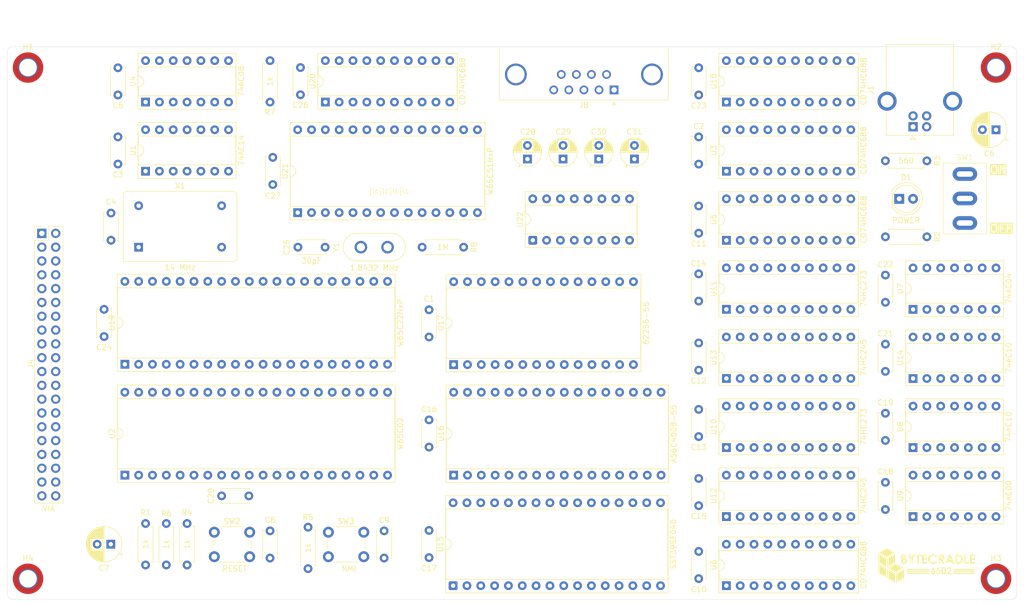
<source format=kicad_pcb>
(kicad_pcb (version 20241229) (generator "pcbnew") (generator_version "9.0")
  (layers (0 "F.Cu" signal) (2 "B.Cu" signal) (13 "F.Paste" user) (15 "B.Paste" user) (5 "F.SilkS" user "F.Silkscreen") (7 "B.SilkS" user "B.Silkscreen") (1 "F.Mask" user) (3 "B.Mask" user) (25 "Edge.Cuts" user))
  (net 0 "")
  (net 1 "GND")
  (net 2 "VCC")
  (net 3 "Net-(D1-K)")
  (net 4 "RxD1")
  (net 5 "TxD1")
  (net 6 "~{IRQ}")
  (net 7 "~{RES}")
  (net 8 "~{NMI}")
  (net 9 "D2")
  (net 10 "D1")
  (net 11 "A5")
  (net 12 "A12")
  (net 13 "D7")
  (net 14 "A15")
  (net 15 "A0")
  (net 16 "D6")
  (net 17 "A2")
  (net 18 "A4")
  (net 19 "A13")
  (net 20 "A1")
  (net 21 "A11")
  (net 22 "CLK")
  (net 23 "D0")
  (net 24 "A8")
  (net 25 "A14")
  (net 26 "D3")
  (net 27 "A7")
  (net 28 "D5")
  (net 29 "A6")
  (net 30 "A10")
  (net 31 "A3")
  (net 32 "R{slash}~{W}")
  (net 33 "D4")
  (net 34 "A9")
  (net 35 "~{I{slash}O}")
  (net 36 "CA1")
  (net 37 "PB4")
  (net 38 "CA2")
  (net 39 "PB0")
  (net 40 "PA4")
  (net 41 "PA5")
  (net 42 "PB6")
  (net 43 "CB2")
  (net 44 "PA7")
  (net 45 "PA6")
  (net 46 "CB1")
  (net 47 "PA2")
  (net 48 "PB5")
  (net 49 "PB7")
  (net 50 "PB3")
  (net 51 "PB1")
  (net 52 "PA0")
  (net 53 "PA3")
  (net 54 "PA1")
  (net 55 "PB2")
  (net 57 "~{CLK}")
  (net 58 "~{IRQC22}")
  (net 59 "~{IRQC51_1}")
  (net 60 "~{IRQC51_2}")
  (net 61 "Net-(U15-CE)")
  (net 62 "Net-(X1-OUT)")
  (net 63 "Net-(U20-P=R)")
  (net 64 "Net-(U21-XTAL1)")
  (net 65 "Net-(J1-Shield)")
  (net 67 "VIN")
  (net 69 "Net-(U2-RDY)")
  (net 70 "Net-(U21-XTAL2)")
  (net 71 "Net-(U1-Pad2)")
  (net 82 "Net-(U4-Pad10)")
  (net 84 "Net-(U4-Pad3)")
  (net 85 "Net-(U5-P=R)")
  (net 86 "Net-(U6-P=R)")
  (net 87 "Net-(U16-OE#)")
  (net 88 "Net-(U11-Cp)")
  (net 89 "Net-(U13-CE)")
  (net 90 "Net-(U16-CE#)")
  (net 91 "Net-(U17-~{CS})")
  (net 92 "Net-(U11-Q5)")
  (net 93 "Net-(U11-Q3)")
  (net 94 "Net-(U11-Q6)")
  (net 95 "Net-(U11-Q1)")
  (net 96 "Net-(U11-Q4)")
  (net 97 "Net-(U11-Q2)")
  (net 98 "Net-(U11-Q7)")
  (net 99 "Net-(U11-Q0)")
  (net 100 "Net-(U18-P=R)")
  (net 114 "~{R}{slash}W")
  (net 115 "~{A15}")
  (net 116 "Net-(U7-Pad6)")
  (net 117 "~{A14}")
  (net 119 "Net-(U7-Pad8)")
  (net 120 "Net-(U10-Cp)")
  (net 122 "Net-(U12-CE)")
  (net 124 "Net-(U10-Q7)")
  (net 125 "Net-(U10-Q0)")
  (net 126 "Net-(U10-Q1)")
  (net 127 "Net-(U10-Q3)")
  (net 128 "Net-(U10-Q4)")
  (net 129 "Net-(U10-Q6)")
  (net 130 "Net-(U10-Q2)")
  (net 131 "Net-(U10-Q5)")
  (net 132 "Net-(U22-C1-)")
  (net 133 "Net-(U22-C1+)")
  (net 134 "Net-(U22-C2-)")
  (net 135 "Net-(U22-C2+)")
  (net 136 "Net-(U22-VS+)")
  (net 137 "Net-(U22-VS-)")
  (net 138 "Net-(U22-R1IN)")
  (net 143 "Net-(U22-T1OUT)")
  (footprint "Capacitor_THT:C_Disc_D5.0mm_W2.5mm_P5.00mm" (layer "F.Cu") (at 100.33 44.49 -90)
    (property "Reference" "C5" (at 6.945 0 180) (layer "F.SilkS"))
    (property "Value" "100nF")
    (pad "1" thru_hole circle (at 0 0 270) (size 1.6 1.6) (drill 0.8) (layers "*.Cu" "*.Mask") (net 2 "VCC"))
    (pad "2" thru_hole circle (at 5 0 270) (size 1.6 1.6) (drill 0.8) (layers "*.Cu" "*.Mask") (net 1 "GND"))
  )
  (footprint "Connector_Dsub:DSUB-9_Pins_Horizontal_P2.77x2.84mm_EdgePinOffset4.94mm_Housed_MountingHolesOffset4.94mm" (layer "F.Cu") (at 191.465 48.56 180)
    (property "Reference" "J8" (at 5.54 -2.8 0) (layer "F.SilkS"))
    (property "Value" "UART1")
    (pad "0" thru_hole circle (at -6.96 2.84 180) (size 4 4) (drill 3.2) (layers "*.Cu" "*.Mask"))
    (pad "0" thru_hole circle (at 18.04 2.84 180) (size 4 4) (drill 3.2) (layers "*.Cu" "*.Mask"))
    (pad "1" thru_hole rect (at 0 0 180) (size 1.6 1.6) (drill 1) (layers "*.Cu" "*.Mask"))
    (pad "2" thru_hole circle (at 2.77 0 180) (size 1.6 1.6) (drill 1) (layers "*.Cu" "*.Mask") (net 143 "Net-(U22-T1OUT)"))
    (pad "3" thru_hole circle (at 5.54 0 180) (size 1.6 1.6) (drill 1) (layers "*.Cu" "*.Mask") (net 138 "Net-(U22-R1IN)"))
    (pad "4" thru_hole circle (at 8.31 0 180) (size 1.6 1.6) (drill 1) (layers "*.Cu" "*.Mask"))
    (pad "5" thru_hole circle (at 11.08 0 180) (size 1.6 1.6) (drill 1) (layers "*.Cu" "*.Mask") (net 1 "GND"))
    (pad "6" thru_hole circle (at 1.385 2.84 180) (size 1.6 1.6) (drill 1) (layers "*.Cu" "*.Mask"))
    (pad "7" thru_hole circle (at 4.155 2.84 180) (size 1.6 1.6) (drill 1) (layers "*.Cu" "*.Mask"))
    (pad "8" thru_hole circle (at 6.925 2.84 180) (size 1.6 1.6) (drill 1) (layers "*.Cu" "*.Mask"))
    (pad "9" thru_hole circle (at 9.695 2.84 180) (size 1.6 1.6) (drill 1) (layers "*.Cu" "*.Mask"))
  )
  (footprint "Package_DIP:DIP-20_W7.62mm_Socket" (layer "F.Cu") (at 212.09 88.9 90)
    (property "Reference" "U11" (at 3.81 -2.33 90) (layer "F.SilkS"))
    (property "Value" "74HC273" (at 3.81 25.19 90) (layer "F.SilkS"))
    (pad "1" thru_hole rect (at 0 0 90) (size 1.6 1.6) (drill 0.8) (layers "*.Cu" "*.Mask") (net 7 "~{RES}"))
    (pad "2" thru_hole oval (at 0 2.54 90) (size 1.6 1.6) (drill 0.8) (layers "*.Cu" "*.Mask") (net 99 "Net-(U11-Q0)"))
    (pad "3" thru_hole oval (at 0 5.08 90) (size 1.6 1.6) (drill 0.8) (layers "*.Cu" "*.Mask") (net 23 "D0"))
    (pad "4" thru_hole oval (at 0 7.62 90) (size 1.6 1.6) (drill 0.8) (layers "*.Cu" "*.Mask") (net 10 "D1"))
    (pad "5" thru_hole oval (at 0 10.16 90) (size 1.6 1.6) (drill 0.8) (layers "*.Cu" "*.Mask") (net 95 "Net-(U11-Q1)"))
    (pad "6" thru_hole oval (at 0 12.7 90) (size 1.6 1.6) (drill 0.8) (layers "*.Cu" "*.Mask") (net 97 "Net-(U11-Q2)"))
    (pad "7" thru_hole oval (at 0 15.24 90) (size 1.6 1.6) (drill 0.8) (layers "*.Cu" "*.Mask") (net 9 "D2"))
    (pad "8" thru_hole oval (at 0 17.78 90) (size 1.6 1.6) (drill 0.8) (layers "*.Cu" "*.Mask") (net 26 "D3"))
    (pad "9" thru_hole oval (at 0 20.32 90) (size 1.6 1.6) (drill 0.8) (layers "*.Cu" "*.Mask") (net 93 "Net-(U11-Q3)"))
    (pad "10" thru_hole oval (at 0 22.86 90) (size 1.6 1.6) (drill 0.8) (layers "*.Cu" "*.Mask") (net 1 "GND"))
    (pad "11" thru_hole oval (at 7.62 22.86 90) (size 1.6 1.6) (drill 0.8) (layers "*.Cu" "*.Mask") (net 88 "Net-(U11-Cp)"))
    (pad "12" thru_hole oval (at 7.62 20.32 90) (size 1.6 1.6) (drill 0.8) (layers "*.Cu" "*.Mask") (net 96 "Net-(U11-Q4)"))
    (pad "13" thru_hole oval (at 7.62 17.78 90) (size 1.6 1.6) (drill 0.8) (layers "*.Cu" "*.Mask") (net 33 "D4"))
    (pad "14" thru_hole oval (at 7.62 15.24 90) (size 1.6 1.6) (drill 0.8) (layers "*.Cu" "*.Mask") (net 28 "D5"))
    (pad "15" thru_hole oval (at 7.62 12.7 90) (size 1.6 1.6) (drill 0.8) (layers "*.Cu" "*.Mask") (net 92 "Net-(U11-Q5)"))
    (pad "16" thru_hole oval (at 7.62 10.16 90) (size 1.6 1.6) (drill 0.8) (layers "*.Cu" "*.Mask") (net 94 "Net-(U11-Q6)"))
    (pad "17" thru_hole oval (at 7.62 7.62 90) (size 1.6 1.6) (drill 0.8) (layers "*.Cu" "*.Mask") (net 16 "D6"))
    (pad "18" thru_hole oval (at 7.62 5.08 90) (size 1.6 1.6) (drill 0.8) (layers "*.Cu" "*.Mask") (net 13 "D7"))
    (pad "19" thru_hole oval (at 7.62 2.54 90) (size 1.6 1.6) (drill 0.8) (layers "*.Cu" "*.Mask") (net 98 "Net-(U11-Q7)"))
    (pad "20" thru_hole oval (at 7.62 0 90) (size 1.6 1.6) (drill 0.8) (layers "*.Cu" "*.Mask") (net 2 "VCC"))
  )
  (footprint "Crystal:Crystal_HC50_Vertical" (layer "F.Cu") (at 149.86 77.47 180)
    (property "Reference" "Y1" (at 9.435 0 270) (layer "F.SilkS"))
    (property "Value" "1.8432 MHz" (at 2.41 -3.81 180) (layer "F.SilkS"))
    (pad "1" thru_hole circle (at 0 0 180) (size 2.3 2.3) (drill 1.5) (layers "*.Cu" "*.Mask") (net 70 "Net-(U21-XTAL2)"))
    (pad "2" thru_hole circle (at 4.9 0 180) (size 2.3 2.3) (drill 1.5) (layers "*.Cu" "*.Mask") (net 64 "Net-(U21-XTAL1)"))
  )
  (footprint "Capacitor_THT:CP_Radial_D6.3mm_P2.50mm" (layer "F.Cu") (at 99.02 132.08 180)
    (property "Reference" "C7" (at 1.25 -4.4 180) (layer "F.SilkS"))
    (property "Value" "100uF")
    (pad "1" thru_hole rect (at 0 0 180) (size 1.6 1.6) (drill 0.8) (layers "*.Cu" "*.Mask") (net 2 "VCC"))
    (pad "2" thru_hole circle (at 2.5 0 180) (size 1.6 1.6) (drill 0.8) (layers "*.Cu" "*.Mask") (net 1 "GND"))
  )
  (footprint "Capacitor_THT:C_Disc_D5.0mm_W2.5mm_P5.00mm" (layer "F.Cu") (at 207.01 133.4 -90)
    (property "Reference" "C10" (at 6.985 0 180) (layer "F.SilkS"))
    (property "Value" "100nF")
    (pad "1" thru_hole circle (at 0 0 270) (size 1.6 1.6) (drill 0.8) (layers "*.Cu" "*.Mask") (net 2 "VCC"))
    (pad "2" thru_hole circle (at 5 0 270) (size 1.6 1.6) (drill 0.8) (layers "*.Cu" "*.Mask") (net 1 "GND"))
  )
  (footprint "Resistor_THT:R_Axial_DIN0207_L6.3mm_D2.5mm_P7.62mm_Horizontal" (layer "F.Cu") (at 135.255 136.565 90)
    (property "Reference" "R5" (at 9.45 0 0) (layer "F.SilkS"))
    (property "Value" "1k" (at 3.81 0 270) (layer "F.SilkS"))
    (pad "1" thru_hole circle (at 0 0 90) (size 1.6 1.6) (drill 0.8) (layers "*.Cu" "*.Mask") (net 8 "~{NMI}"))
    (pad "2" thru_hole oval (at 7.62 0 90) (size 1.6 1.6) (drill 0.8) (layers "*.Cu" "*.Mask") (net 2 "VCC"))
  )
  (footprint "MountingHole:MountingHole_3.2mm_M3_DIN965_Pad_TopOnly" (layer "F.Cu") (at 83.82 44.45)
    (property "Reference" "H1" (at 0 -3.8 0) (layer "F.SilkS"))
    (property "Value" "MountingHole")
    (pad "1" thru_hole circle (at 0 0) (size 3.6 3.6) (drill 3.2) (layers "*.Cu" "*.Mask"))
    (pad "1" connect circle (at 0 0) (size 5.6 5.6) (layers "F.Cu" "F.Mask"))
  )
  (footprint "Capacitor_THT:C_Disc_D5.0mm_W2.5mm_P5.00mm" (layer "F.Cu") (at 119.38 123.19)
    (property "Reference" "C20" (at -1.945 0 90) (layer "F.SilkS"))
    (property "Value" "100nF")
    (pad "1" thru_hole circle (at 0 0) (size 1.6 1.6) (drill 0.8) (layers "*.Cu" "*.Mask") (net 2 "VCC"))
    (pad "2" thru_hole circle (at 5 0) (size 1.6 1.6) (drill 0.8) (layers "*.Cu" "*.Mask") (net 1 "GND"))
  )
  (footprint "components:power_switch" (layer "F.Cu") (at 255.905 68.525 90)
    (property "Reference" "SW1" (at 7.565 0 0) (layer "F.SilkS") (effects (font (thickness 0.1))))
    (property "Value" "SW_SPDT")
    (pad "1" thru_hole oval (at -4.5 0 90) (size 2.5 4.5) (drill oval 1 3) (layers "*.Cu" "*.Mask") (net 2 "VCC"))
    (pad "2" thru_hole oval (at 0 0 90) (size 2.5 4.5) (drill oval 1 3) (layers "*.Cu" "*.Mask") (net 67 "VIN"))
    (pad "3" thru_hole oval (at 4.5 0 90) (size 2.5 4.5) (drill oval 1 3) (layers "*.Cu" "*.Mask"))
  )
  (footprint "Capacitor_THT:C_Disc_D5.0mm_W2.5mm_P5.00mm" (layer "F.Cu") (at 157.48 109.22 -90)
    (property "Reference" "C16" (at -1.945 0 0) (layer "F.SilkS"))
    (property "Value" "100nF")
    (pad "1" thru_hole circle (at 0 0 270) (size 1.6 1.6) (drill 0.8) (layers "*.Cu" "*.Mask") (net 2 "VCC"))
    (pad "2" thru_hole circle (at 5 0 270) (size 1.6 1.6) (drill 0.8) (layers "*.Cu" "*.Mask") (net 1 "GND"))
  )
  (footprint "Capacitor_THT:CP_Radial_D5.0mm_P2.50mm" (layer "F.Cu") (at 182.1 61.27 90)
    (property "Reference" "C29" (at 5 0.05 180) (layer "F.SilkS"))
    (property "Value" "10uF")
    (pad "1" thru_hole rect (at 0 0 90) (size 1.6 1.6) (drill 0.8) (layers "*.Cu" "*.Mask") (net 135 "Net-(U22-C2+)"))
    (pad "2" thru_hole circle (at 2.5 0 90) (size 1.6 1.6) (drill 0.8) (layers "*.Cu" "*.Mask") (net 134 "Net-(U22-C2-)"))
  )
  (footprint "Capacitor_THT:C_Disc_D5.0mm_W2.5mm_P5.00mm" (layer "F.Cu") (at 207.01 107.29 -90)
    (property "Reference" "C13" (at 6.945 0 180) (layer "F.SilkS"))
    (property "Value" "100nF")
    (pad "1" thru_hole circle (at 0 0 270) (size 1.6 1.6) (drill 0.8) (layers "*.Cu" "*.Mask") (net 2 "VCC"))
    (pad "2" thru_hole circle (at 5 0 270) (size 1.6 1.6) (drill 0.8) (layers "*.Cu" "*.Mask") (net 1 "GND"))
  )
  (footprint "Resistor_THT:R_Axial_DIN0207_L6.3mm_D2.5mm_P7.62mm_Horizontal" (layer "F.Cu") (at 109.22 135.89 90)
    (property "Reference" "R6" (at 9.45 0 0) (layer "F.SilkS"))
    (property "Value" "1k" (at 3.81 0 90) (layer "F.SilkS"))
    (pad "1" thru_hole circle (at 0 0 90) (size 1.6 1.6) (drill 0.8) (layers "*.Cu" "*.Mask") (net 2 "VCC"))
    (pad "2" thru_hole oval (at 7.62 0 90) (size 1.6 1.6) (drill 0.8) (layers "*.Cu" "*.Mask") (net 58 "~{IRQC22}"))
  )
  (footprint "Capacitor_THT:C_Disc_D5.0mm_W2.5mm_P5.00mm" (layer "F.Cu") (at 99.06 71.2 -90)
    (property "Reference" "C4" (at -2.072 0 180) (layer "F.SilkS"))
    (property "Value" "100nF")
    (pad "1" thru_hole circle (at 0 0 270) (size 1.6 1.6) (drill 0.8) (layers "*.Cu" "*.Mask") (net 2 "VCC"))
    (pad "2" thru_hole circle (at 5 0 270) (size 1.6 1.6) (drill 0.8) (layers "*.Cu" "*.Mask") (net 1 "GND"))
  )
  (footprint "Capacitor_THT:C_Disc_D5.0mm_W2.5mm_P5.00mm" (layer "F.Cu") (at 128.27 134.62 90)
    (property "Reference" "C8" (at 6.985 0 0) (layer "F.SilkS"))
    (property "Value" "100nF")
    (pad "1" thru_hole circle (at 0 0 90) (size 1.6 1.6) (drill 0.8) (layers "*.Cu" "*.Mask") (net 7 "~{RES}"))
    (pad "2" thru_hole circle (at 5 0 90) (size 1.6 1.6) (drill 0.8) (layers "*.Cu" "*.Mask") (net 1 "GND"))
  )
  (footprint "Capacitor_THT:CP_Radial_D5.0mm_P2.50mm" (layer "F.Cu") (at 195.2 61.27 90)
    (property "Reference" "C31" (at 5 0 180) (layer "F.SilkS"))
    (property "Value" "10uF")
    (pad "1" thru_hole rect (at 0 0 90) (size 1.6 1.6) (drill 0.8) (layers "*.Cu" "*.Mask") (net 1 "GND"))
    (pad "2" thru_hole circle (at 2.5 0 90) (size 1.6 1.6) (drill 0.8) (layers "*.Cu" "*.Mask") (net 137 "Net-(U22-VS-)"))
  )
  (footprint "Capacitor_THT:C_Disc_D5.0mm_W2.5mm_P5.00mm" (layer "F.Cu") (at 157.48 129.54 -90)
    (property "Reference" "C17" (at 6.945 0 180) (layer "F.SilkS"))
    (property "Value" "100nF")
    (pad "1" thru_hole circle (at 0 0 270) (size 1.6 1.6) (drill 0.8) (layers "*.Cu" "*.Mask") (net 2 "VCC"))
    (pad "2" thru_hole circle (at 5 0 270) (size 1.6 1.6) (drill 0.8) (layers "*.Cu" "*.Mask") (net 1 "GND"))
  )
  (footprint "Capacitor_THT:C_Disc_D5.0mm_W2.5mm_P5.00mm" (layer "F.Cu") (at 133.86 44.45 -90)
    (property "Reference" "C26" (at 6.905 0 0) (layer "F.SilkS"))
    (property "Value" "100nF")
    (pad "1" thru_hole circle (at 0 0 270) (size 1.6 1.6) (drill 0.8) (layers "*.Cu" "*.Mask") (net 2 "VCC"))
    (pad "2" thru_hole circle (at 5 0 270) (size 1.6 1.6) (drill 0.8) (layers "*.Cu" "*.Mask") (net 1 "GND"))
  )
  (footprint "Package_DIP:DIP-20_W7.62mm_Socket" (layer "F.Cu") (at 212.09 76.2 90)
    (property "Reference" "U5" (at 3.81 -2.33 270) (layer "F.SilkS"))
    (property "Value" "CD74HC688" (at 3.81 25.19 270) (layer "F.SilkS"))
    (pad "1" thru_hole rect (at 0 0 90) (size 1.6 1.6) (drill 0.8) (layers "*.Cu" "*.Mask") (net 35 "~{I{slash}O}"))
    (pad "2" thru_hole oval (at 0 2.54 90) (size 1.6 1.6) (drill 0.8) (layers "*.Cu" "*.Mask") (net 15 "A0"))
    (pad "3" thru_hole oval (at 0 5.08 90) (size 1.6 1.6) (drill 0.8) (layers "*.Cu" "*.Mask") (net 2 "VCC"))
    (pad "4" thru_hole oval (at 0 7.62 90) (size 1.6 1.6) (drill 0.8) (layers "*.Cu" "*.Mask") (net 20 "A1"))
    (pad "5" thru_hole oval (at 0 10.16 90) (size 1.6 1.6) (drill 0.8) (layers "*.Cu" "*.Mask") (net 1 "GND"))
    (pad "6" thru_hole oval (at 0 12.7 90) (size 1.6 1.6) (drill 0.8) (layers "*.Cu" "*.Mask") (net 17 "A2"))
    (pad "7" thru_hole oval (at 0 15.24 90) (size 1.6 1.6) (drill 0.8) (layers "*.Cu" "*.Mask") (net 1 "GND"))
    (pad "8" thru_hole oval (at 0 17.78 90) (size 1.6 1.6) (drill 0.8) (layers "*.Cu" "*.Mask") (net 31 "A3"))
    (pad "9" thru_hole oval (at 0 20.32 90) (size 1.6 1.6) (drill 0.8) (layers "*.Cu" "*.Mask") (net 1 "GND"))
    (pad "10" thru_hole oval (at 0 22.86 90) (size 1.6 1.6) (drill 0.8) (layers "*.Cu" "*.Mask") (net 1 "GND"))
    (pad "11" thru_hole oval (at 7.62 22.86 90) (size 1.6 1.6) (drill 0.8) (layers "*.Cu" "*.Mask") (net 18 "A4"))
    (pad "12" thru_hole oval (at 7.62 20.32 90) (size 1.6 1.6) (drill 0.8) (layers "*.Cu" "*.Mask") (net 1 "GND"))
    (pad "13" thru_hole oval (at 7.62 17.78 90) (size 1.6 1.6) (drill 0.8) (layers "*.Cu" "*.Mask") (net 11 "A5"))
    (pad "14" thru_hole oval (at 7.62 15.24 90) (size 1.6 1.6) (drill 0.8) (layers "*.Cu" "*.Mask") (net 1 "GND"))
    (pad "15" thru_hole oval (at 7.62 12.7 90) (size 1.6 1.6) (drill 0.8) (layers "*.Cu" "*.Mask") (net 29 "A6"))
    (pad "16" thru_hole oval (at 7.62 10.16 90) (size 1.6 1.6) (drill 0.8) (layers "*.Cu" "*.Mask") (net 1 "GND"))
    (pad "17" thru_hole oval (at 7.62 7.62 90) (size 1.6 1.6) (drill 0.8) (layers "*.Cu" "*.Mask") (net 27 "A7"))
    (pad "18" thru_hole oval (at 7.62 5.08 90) (size 1.6 1.6) (drill 0.8) (layers "*.Cu" "*.Mask") (net 1 "GND"))
    (pad "19" thru_hole oval (at 7.62 2.54 90) (size 1.6 1.6) (drill 0.8) (layers "*.Cu" "*.Mask") (net 85 "Net-(U5-P=R)"))
    (pad "20" thru_hole oval (at 7.62 0 90) (size 1.6 1.6) (drill 0.8) (layers "*.Cu" "*.Mask") (net 2 "VCC"))
  )
  (footprint "Package_DIP:DIP-32_W15.24mm_Socket" (layer "F.Cu") (at 161.9 139.7 90)
    (property "Reference" "U15" (at 7.62 -2.33 90) (layer "F.SilkS"))
    (property "Value" "SST39SF040" (at 7.62 40.43 90) (layer "F.SilkS"))
    (pad "1" thru_hole roundrect (at 0 0 90) (size 1.6 1.6) (drill 0.8) (layers "*.Cu" "*.Mask") (roundrect_rratio 0.15625) (net 128 "Net-(U10-Q4)"))
    (pad "2" thru_hole circle (at 0 2.54 90) (size 1.6 1.6) (drill 0.8) (layers "*.Cu" "*.Mask") (net 130 "Net-(U10-Q2)"))
    (pad "3" thru_hole circle (at 0 5.08 90) (size 1.6 1.6) (drill 0.8) (layers "*.Cu" "*.Mask") (net 126 "Net-(U10-Q1)"))
    (pad "4" thru_hole circle (at 0 7.62 90) (size 1.6 1.6) (drill 0.8) (layers "*.Cu" "*.Mask") (net 12 "A12"))
    (pad "5" thru_hole circle (at 0 10.16 90) (size 1.6 1.6) (drill 0.8) (layers "*.Cu" "*.Mask") (net 27 "A7"))
    (pad "6" thru_hole circle (at 0 12.7 90) (size 1.6 1.6) (drill 0.8) (layers "*.Cu" "*.Mask") (net 29 "A6"))
    (pad "7" thru_hole circle (at 0 15.24 90) (size 1.6 1.6) (drill 0.8) (layers "*.Cu" "*.Mask") (net 11 "A5"))
    (pad "8" thru_hole circle (at 0 17.78 90) (size 1.6 1.6) (drill 0.8) (layers "*.Cu" "*.Mask") (net 18 "A4"))
    (pad "9" thru_hole circle (at 0 20.32 90) (size 1.6 1.6) (drill 0.8) (layers "*.Cu" "*.Mask") (net 31 "A3"))
    (pad "10" thru_hole circle (at 0 22.86 90) (size 1.6 1.6) (drill 0.8) (layers "*.Cu" "*.Mask") (net 17 "A2"))
    (pad "11" thru_hole circle (at 0 25.4 90) (size 1.6 1.6) (drill 0.8) (layers "*.Cu" "*.Mask") (net 20 "A1"))
    (pad "12" thru_hole circle (at 0 27.94 90) (size 1.6 1.6) (drill 0.8) (layers "*.Cu" "*.Mask") (net 15 "A0"))
    (pad "13" thru_hole circle (at 0 30.48 90) (size 1.6 1.6) (drill 0.8) (layers "*.Cu" "*.Mask") (net 23 "D0"))
    (pad "14" thru_hole circle (at 0 33.02 90) (size 1.6 1.6) (drill 0.8) (layers "*.Cu" "*.Mask") (net 10 "D1"))
    (pad "15" thru_hole circle (at 0 35.56 90) (size 1.6 1.6) (drill 0.8) (layers "*.Cu" "*.Mask") (net 9 "D2"))
    (pad "16" thru_hole circle (at 0 38.1 90) (size 1.6 1.6) (drill 0.8) (layers "*.Cu" "*.Mask") (net 1 "GND"))
    (pad "17" thru_hole circle (at 15.24 38.1 90) (size 1.6 1.6) (drill 0.8) (layers "*.Cu" "*.Mask") (net 26 "D3"))
    (pad "18" thru_hole circle (at 15.24 35.56 90) (size 1.6 1.6) (drill 0.8) (layers "*.Cu" "*.Mask") (net 33 "D4"))
    (pad "19" thru_hole circle (at 15.24 33.02 90) (size 1.6 1.6) (drill 0.8) (layers "*.Cu" "*.Mask") (net 28 "D5"))
    (pad "20" thru_hole circle (at 15.24 30.48 90) (size 1.6 1.6) (drill 0.8) (layers "*.Cu" "*.Mask") (net 16 "D6"))
    (pad "21" thru_hole circle (at 15.24 27.94 90) (size 1.6 1.6) (drill 0.8) (layers "*.Cu" "*.Mask") (net 13 "D7"))
    (pad "22" thru_hole circle (at 15.24 25.4 90) (size 1.6 1.6) (drill 0.8) (layers "*.Cu" "*.Mask") (net 61 "Net-(U15-CE)"))
    (pad "23" thru_hole circle (at 15.24 22.86 90) (size 1.6 1.6) (drill 0.8) (layers "*.Cu" "*.Mask") (net 30 "A10"))
    (pad "24" thru_hole circle (at 15.24 20.32 90) (size 1.6 1.6) (drill 0.8) (layers "*.Cu" "*.Mask") (net 61 "Net-(U15-CE)"))
    (pad "25" thru_hole circle (at 15.24 17.78 90) (size 1.6 1.6) (drill 0.8) (layers "*.Cu" "*.Mask") (net 21 "A11"))
    (pad "26" thru_hole circle (at 15.24 15.24 90) (size 1.6 1.6) (drill 0.8) (layers "*.Cu" "*.Mask") (net 34 "A9"))
    (pad "27" thru_hole circle (at 15.24 12.7 90) (size 1.6 1.6) (drill 0.8) (layers "*.Cu" "*.Mask") (net 24 "A8"))
    (pad "28" thru_hole circle (at 15.24 10.16 90) (size 1.6 1.6) (drill 0.8) (layers "*.Cu" "*.Mask") (net 19 "A13"))
    (pad "29" thru_hole circle (at 15.24 7.62 90) (size 1.6 1.6) (drill 0.8) (layers "*.Cu" "*.Mask") (net 125 "Net-(U10-Q0)"))
    (pad "30" thru_hole circle (at 15.24 5.08 90) (size 1.6 1.6) (drill 0.8) (layers "*.Cu" "*.Mask") (net 127 "Net-(U10-Q3)"))
    (pad "31" thru_hole circle (at 15.24 2.54 90) (size 1.6 1.6) (drill 0.8) (layers "*.Cu" "*.Mask") (net 2 "VCC"))
    (pad "32" thru_hole circle (at 15.24 0 90) (size 1.6 1.6) (drill 0.8) (layers "*.Cu" "*.Mask") (net 2 "VCC"))
  )
  (footprint "Button_Switch_THT:SW_PUSH_6mm" (layer "F.Cu") (at 118.035 129.87)
    (property "Reference" "SW2" (at 3.25 -2 0) (layer "F.SilkS"))
    (property "Value" "RESET" (at 3.75 6.7 0) (layer "F.SilkS"))
    (pad "1" thru_hole circle (at 0 0 90) (size 2 2) (drill 1.1) (layers "*.Cu" "*.Mask") (net 1 "GND"))
    (pad "1" thru_hole circle (at 6.5 0 90) (size 2 2) (drill 1.1) (layers "*.Cu" "*.Mask") (net 1 "GND"))
    (pad "2" thru_hole circle (at 0 4.5 90) (size 2 2) (drill 1.1) (layers "*.Cu" "*.Mask") (net 7 "~{RES}"))
    (pad "2" thru_hole circle (at 6.5 4.5 90) (size 2 2) (drill 1.1) (layers "*.Cu" "*.Mask") (net 7 "~{RES}"))
  )
  (footprint "MountingHole:MountingHole_3.2mm_M3_DIN965_Pad_TopOnly" (layer "F.Cu") (at 261.62 44.45)
    (property "Reference" "H2" (at 0 -3.8 0) (layer "F.SilkS"))
    (property "Value" "MountingHole")
    (pad "1" thru_hole circle (at 0 0) (size 3.6 3.6) (drill 3.2) (layers "*.Cu" "*.Mask"))
    (pad "1" connect circle (at 0 0) (size 5.6 5.6) (layers "F.Cu" "F.Mask"))
  )
  (footprint "Capacitor_THT:C_Disc_D5.0mm_W2.5mm_P5.00mm" (layer "F.Cu") (at 241.3 82.6 -90)
    (property "Reference" "C22" (at -1.945 0 180) (layer "F.SilkS"))
    (property "Value" "100nF")
    (pad "1" thru_hole circle (at 0 0 270) (size 1.6 1.6) (drill 0.8) (layers "*.Cu" "*.Mask") (net 2 "VCC"))
    (pad "2" thru_hole circle (at 5 0 270) (size 1.6 1.6) (drill 0.8) (layers "*.Cu" "*.Mask") (net 1 "GND"))
  )
  (footprint "Capacitor_THT:CP_Radial_D6.3mm_P2.50mm" (layer "F.Cu") (at 261.62 55.88 180)
    (property "Reference" "C6" (at 1.25 -4.4 180) (layer "F.SilkS"))
    (property "Value" "100uF")
    (pad "1" thru_hole rect (at 0 0 180) (size 1.6 1.6) (drill 0.8) (layers "*.Cu" "*.Mask") (net 2 "VCC"))
    (pad "2" thru_hole circle (at 2.5 0 180) (size 1.6 1.6) (drill 0.8) (layers "*.Cu" "*.Mask") (net 1 "GND"))
  )
  (footprint "Capacitor_THT:C_Disc_D5.0mm_W2.5mm_P5.00mm" (layer "F.Cu") (at 207.01 44.49 -90)
    (property "Reference" "C23" (at 6.985 0 180) (layer "F.SilkS"))
    (property "Value" "100nF")
    (pad "1" thru_hole circle (at 0 0 270) (size 1.6 1.6) (drill 0.8) (layers "*.Cu" "*.Mask") (net 2 "VCC"))
    (pad "2" thru_hole circle (at 5 0 270) (size 1.6 1.6) (drill 0.8) (layers "*.Cu" "*.Mask") (net 1 "GND"))
  )
  (footprint "Resistor_THT:R_Axial_DIN0207_L6.3mm_D2.5mm_P7.62mm_Horizontal" (layer "F.Cu") (at 163.83 77.47 180)
    (property "Reference" "R8" (at -1.905 0 270) (layer "F.SilkS"))
    (property "Value" "1M" (at 3.81 0 180) (layer "F.SilkS"))
    (pad "1" thru_hole circle (at 0 0 180) (size 1.6 1.6) (drill 0.8) (layers "*.Cu" "*.Mask") (net 64 "Net-(U21-XTAL1)"))
    (pad "2" thru_hole oval (at 7.62 0 180) (size 1.6 1.6) (drill 0.8) (layers "*.Cu" "*.Mask") (net 70 "Net-(U21-XTAL2)"))
  )
  (footprint "Capacitor_THT:C_Disc_D5.0mm_W2.5mm_P5.00mm" (layer "F.Cu") (at 157.48 88.98 -90)
    (property "Reference" "C1" (at -1.985 0 180) (layer "F.SilkS"))
    (property "Value" "100nF")
    (pad "1" thru_hole circle (at 0 0 270) (size 1.6 1.6) (drill 0.8) (layers "*.Cu" "*.Mask") (net 2 "VCC"))
    (pad "2" thru_hole circle (at 5 0 270) (size 1.6 1.6) (drill 0.8) (layers "*.Cu" "*.Mask") (net 1 "GND"))
  )
  (footprint "Resistor_THT:R_Axial_DIN0207_L6.3mm_D2.5mm_P7.62mm_Horizontal" (layer "F.Cu") (at 128.27 43.18 -90)
    (property "Reference" "R7" (at 9.45 0 0) (layer "F.SilkS"))
    (property "Value" "1k" (at 3.81 0 90) (layer "F.SilkS"))
    (pad "1" thru_hole circle (at 0 0 270) (size 1.6 1.6) (drill 0.8) (layers "*.Cu" "*.Mask") (net 59 "~{IRQC51_1}"))
    (pad "2" thru_hole oval (at 7.62 0 270) (size 1.6 1.6) (drill 0.8) (layers "*.Cu" "*.Mask") (net 2 "VCC"))
  )
  (footprint "LED_THT:LED_D5.0mm" (layer "F.Cu") (at 243.84 68.58)
    (property "Reference" "D1" (at 1.27 -3.96 0) (layer "F.SilkS"))
    (property "Value" "POWER" (at 1.27 3.96 0) (layer "F.SilkS"))
    (pad "1" thru_hole rect (at 0 0) (size 1.8 1.8) (drill 0.9) (layers "*.Cu" "*.Mask") (net 3 "Net-(D1-K)"))
    (pad "2" thru_hole circle (at 2.54 0) (size 1.8 1.8) (drill 0.9) (layers "*.Cu" "*.Mask") (net 2 "VCC"))
  )
  (footprint "Package_DIP:DIP-28_W15.24mm_Socket" (layer "F.Cu") (at 162 99.06 90)
    (property "Reference" "U17" (at 7.62 -2.33 270) (layer "F.SilkS"))
    (property "Value" "62256-55" (at 7.62 35.35 270) (layer "F.SilkS"))
    (pad "1" thru_hole rect (at 0 0 90) (size 1.6 1.6) (drill 0.8) (layers "*.Cu" "*.Mask") (net 25 "A14"))
    (pad "2" thru_hole oval (at 0 2.54 90) (size 1.6 1.6) (drill 0.8) (layers "*.Cu" "*.Mask") (net 12 "A12"))
    (pad "3" thru_hole oval (at 0 5.08 90) (size 1.6 1.6) (drill 0.8) (layers "*.Cu" "*.Mask") (net 27 "A7"))
    (pad "4" thru_hole oval (at 0 7.62 90) (size 1.6 1.6) (drill 0.8) (layers "*.Cu" "*.Mask") (net 29 "A6"))
    (pad "5" thru_hole oval (at 0 10.16 90) (size 1.6 1.6) (drill 0.8) (layers "*.Cu" "*.Mask") (net 11 "A5"))
    (pad "6" thru_hole oval (at 0 12.7 90) (size 1.6 1.6) (drill 0.8) (layers "*.Cu" "*.Mask") (net 18 "A4"))
    (pad "7" thru_hole oval (at 0 15.24 90) (size 1.6 1.6) (drill 0.8) (layers "*.Cu" "*.Mask") (net 31 "A3"))
    (pad "8" thru_hole oval (at 0 17.78 90) (size 1.6 1.6) (drill 0.8) (layers "*.Cu" "*.Mask") (net 17 "A2"))
    (pad "9" thru_hole oval (at 0 20.32 90) (size 1.6 1.6) (drill 0.8) (layers "*.Cu" "*.Mask") (net 20 "A1"))
    (pad "10" thru_hole oval (at 0 22.86 90) (size 1.6 1.6) (drill 0.8) (layers "*.Cu" "*.Mask") (net 15 "A0"))
    (pad "11" thru_hole oval (at 0 25.4 90) (size 1.6 1.6) (drill 0.8) (layers "*.Cu" "*.Mask") (net 23 "D0"))
    (pad "12" thru_hole oval (at 0 27.94 90) (size 1.6 1.6) (drill 0.8) (layers "*.Cu" "*.Mask") (net 10 "D1"))
    (pad "13" thru_hole oval (at 0 30.48 90) (size 1.6 1.6) (drill 0.8) (layers "*.Cu" "*.Mask") (net 9 "D2"))
    (pad "14" thru_hole oval (at 0 33.02 90) (size 1.6 1.6) (drill 0.8) (layers "*.Cu" "*.Mask") (net 1 "GND"))
    (pad "15" thru_hole oval (at 15.24 33.02 90) (size 1.6 1.6) (drill 0.8) (layers "*.Cu" "*.Mask") (net 26 "D3"))
    (pad "16" thru_hole oval (at 15.24 30.48 90) (size 1.6 1.6) (drill 0.8) (layers "*.Cu" "*.Mask") (net 33 "D4"))
    (pad "17" thru_hole oval (at 15.24 27.94 90) (size 1.6 1.6) (drill 0.8) (layers "*.Cu" "*.Mask") (net 28 "D5"))
    (pad "18" thru_hole oval (at 15.24 25.4 90) (size 1.6 1.6) (drill 0.8) (layers "*.Cu" "*.Mask") (net 16 "D6"))
    (pad "19" thru_hole oval (at 15.24 22.86 90) (size 1.6 1.6) (drill 0.8) (layers "*.Cu" "*.Mask") (net 13 "D7"))
    (pad "20" thru_hole oval (at 15.24 20.32 90) (size 1.6 1.6) (drill 0.8) (layers "*.Cu" "*.Mask") (net 91 "Net-(U17-~{CS})"))
    (pad "21" thru_hole oval (at 15.24 17.78 90) (size 1.6 1.6) (drill 0.8) (layers "*.Cu" "*.Mask") (net 30 "A10"))
    (pad "22" thru_hole oval (at 15.24 15.24 90) (size 1.6 1.6) (drill 0.8) (layers "*.Cu" "*.Mask") (net 14 "A15"))
    (pad "23" thru_hole oval (at 15.24 12.7 90) (size 1.6 1.6) (drill 0.8) (layers "*.Cu" "*.Mask") (net 21 "A11"))
    (pad "24" thru_hole oval (at 15.24 10.16 90) (size 1.6 1.6) (drill 0.8) (layers "*.Cu" "*.Mask") (net 34 "A9"))
    (pad "25" thru_hole oval (at 15.24 7.62 90) (size 1.6 1.6) (drill 0.8) (layers "*.Cu" "*.Mask") (net 24 "A8"))
    (pad "26" thru_hole oval (at 15.24 5.08 90) (size 1.6 1.6) (drill 0.8) (layers "*.Cu" "*.Mask") (net 19 "A13"))
    (pad "27" thru_hole oval (at 15.24 2.54 90) (size 1.6 1.6) (drill 0.8) (layers "*.Cu" "*.Mask") (net 32 "R{slash}~{W}"))
    (pad "28" thru_hole oval (at 15.24 0 90) (size 1.6 1.6) (drill 0.8) (layers "*.Cu" "*.Mask") (net 2 "VCC"))
  )
  (footprint "Package_DIP:DIP-20_W7.62mm_Socket" (layer "F.Cu") (at 212.09 114.3 90)
    (property "Reference" "U10" (at 3.81 -2.33 90) (layer "F.SilkS"))
    (property "Value" "74HC273" (at 3.81 25.19 90) (layer "F.SilkS"))
    (pad "1" thru_hole rect (at 0 0 90) (size 1.6 1.6) (drill 0.8) (layers "*.Cu" "*.Mask") (net 7 "~{RES}"))
    (pad "2" thru_hole oval (at 0 2.54 90) (size 1.6 1.6) (drill 0.8) (layers "*.Cu" "*.Mask") (net 125 "Net-(U10-Q0)"))
    (pad "3" thru_hole oval (at 0 5.08 90) (size 1.6 1.6) (drill 0.8) (layers "*.Cu" "*.Mask") (net 23 "D0"))
    (pad "4" thru_hole oval (at 0 7.62 90) (size 1.6 1.6) (drill 0.8) (layers "*.Cu" "*.Mask") (net 10 "D1"))
    (pad "5" thru_hole oval (at 0 10.16 90) (size 1.6 1.6) (drill 0.8) (layers "*.Cu" "*.Mask") (net 126 "Net-(U10-Q1)"))
    (pad "6" thru_hole oval (at 0 12.7 90) (size 1.6 1.6) (drill 0.8) (layers "*.Cu" "*.Mask") (net 130 "Net-(U10-Q2)"))
    (pad "7" thru_hole oval (at 0 15.24 90) (size 1.6 1.6) (drill 0.8) (layers "*.Cu" "*.Mask") (net 9 "D2"))
    (pad "8" thru_hole oval (at 0 17.78 90) (size 1.6 1.6) (drill 0.8) (layers "*.Cu" "*.Mask") (net 26 "D3"))
    (pad "9" thru_hole oval (at 0 20.32 90) (size 1.6 1.6) (drill 0.8) (layers "*.Cu" "*.Mask") (net 127 "Net-(U10-Q3)"))
    (pad "10" thru_hole oval (at 0 22.86 90) (size 1.6 1.6) (drill 0.8) (layers "*.Cu" "*.Mask") (net 1 "GND"))
    (pad "11" thru_hole oval (at 7.62 22.86 90) (size 1.6 1.6) (drill 0.8) (layers "*.Cu" "*.Mask") (net 120 "Net-(U10-Cp)"))
    (pad "12" thru_hole oval (at 7.62 20.32 90) (size 1.6 1.6) (drill 0.8) (layers "*.Cu" "*.Mask") (net 128 "Net-(U10-Q4)"))
    (pad "13" thru_hole oval (at 7.62 17.78 90) (size 1.6 1.6) (drill 0.8) (layers "*.Cu" "*.Mask") (net 33 "D4"))
    (pad "14" thru_hole oval (at 7.62 15.24 90) (size 1.6 1.6) (drill 0.8) (layers "*.Cu" "*.Mask") (net 28 "D5"))
    (pad "15" thru_hole oval (at 7.62 12.7 90) (size 1.6 1.6) (drill 0.8) (layers "*.Cu" "*.Mask") (net 131 "Net-(U10-Q5)"))
    (pad "16" thru_hole oval (at 7.62 10.16 90) (size 1.6 1.6) (drill 0.8) (layers "*.Cu" "*.Mask") (net 129 "Net-(U10-Q6)"))
    (pad "17" thru_hole oval (at 7.62 7.62 90) (size 1.6 1.6) (drill 0.8) (layers "*.Cu" "*.Mask") (net 16 "D6"))
    (pad "18" thru_hole oval (at 7.62 5.08 90) (size 1.6 1.6) (drill 0.8) (layers "*.Cu" "*.Mask") (net 13 "D7"))
    (pad "19" thru_hole oval (at 7.62 2.54 90) (size 1.6 1.6) (drill 0.8) (layers "*.Cu" "*.Mask") (net 124 "Net-(U10-Q7)"))
    (pad "20" thru_hole oval (at 7.62 0 90) (size 1.6 1.6) (drill 0.8) (layers "*.Cu" "*.Mask") (net 2 "VCC"))
  )
  (footprint "Package_DIP:DIP-20_W7.62mm_Socket" (layer "F.Cu") (at 212.09 50.8 90)
    (property "Reference" "U18" (at 3.81 -2.33 90) (layer "F.SilkS"))
    (property "Value" "CD74HC688" (at 3.81 25.19 90) (layer "F.SilkS"))
    (pad "1" thru_hole rect (at 0 0 90) (size 1.6 1.6) (drill 0.8) (layers "*.Cu" "*.Mask") (net 35 "~{I{slash}O}"))
    (pad "2" thru_hole oval (at 0 2.54 90) (size 1.6 1.6) (drill 0.8) (layers "*.Cu" "*.Mask") (net 1 "GND"))
    (pad "3" thru_hole oval (at 0 5.08 90) (size 1.6 1.6) (drill 0.8) (layers "*.Cu" "*.Mask") (net 1 "GND"))
    (pad "4" thru_hole oval (at 0 7.62 90) (size 1.6 1.6) (drill 0.8) (layers "*.Cu" "*.Mask") (net 1 "GND"))
    (pad "5" thru_hole oval (at 0 10.16 90) (size 1.6 1.6) (drill 0.8) (layers "*.Cu" "*.Mask") (net 1 "GND"))
    (pad "6" thru_hole oval (at 0 12.7 90) (size 1.6 1.6) (drill 0.8) (layers "*.Cu" "*.Mask") (net 1 "GND"))
    (pad "7" thru_hole oval (at 0 15.24 90) (size 1.6 1.6) (drill 0.8) (layers "*.Cu" "*.Mask") (net 1 "GND"))
    (pad "8" thru_hole oval (at 0 17.78 90) (size 1.6 1.6) (drill 0.8) (layers "*.Cu" "*.Mask") (net 1 "GND"))
    (pad "9" thru_hole oval (at 0 20.32 90) (size 1.6 1.6) (drill 0.8) (layers "*.Cu" "*.Mask") (net 1 "GND"))
    (pad "10" thru_hole oval (at 0 22.86 90) (size 1.6 1.6) (drill 0.8) (layers "*.Cu" "*.Mask") (net 1 "GND"))
    (pad "11" thru_hole oval (at 7.62 22.86 90) (size 1.6 1.6) (drill 0.8) (layers "*.Cu" "*.Mask") (net 18 "A4"))
    (pad "12" thru_hole oval (at 7.62 20.32 90) (size 1.6 1.6) (drill 0.8) (layers "*.Cu" "*.Mask") (net 2 "VCC"))
    (pad "13" thru_hole oval (at 7.62 17.78 90) (size 1.6 1.6) (drill 0.8) (layers "*.Cu" "*.Mask") (net 11 "A5"))
    (pad "14" thru_hole oval (at 7.62 15.24 90) (size 1.6 1.6) (drill 0.8) (layers "*.Cu" "*.Mask") (net 1 "GND"))
    (pad "15" thru_hole oval (at 7.62 12.7 90) (size 1.6 1.6) (drill 0.8) (layers "*.Cu" "*.Mask") (net 29 "A6"))
    (pad "16" thru_hole oval (at 7.62 10.16 90) (size 1.6 1.6) (drill 0.8) (layers "*.Cu" "*.Mask") (net 1 "GND"))
    (pad "17" thru_hole oval (at 7.62 7.62 90) (size 1.6 1.6) (drill 0.8) (layers "*.Cu" "*.Mask") (net 27 "A7"))
    (pad "18" thru_hole oval (at 7.62 5.08 90) (size 1.6 1.6) (drill 0.8) (layers "*.Cu" "*.Mask") (net 1 "GND"))
    (pad "19" thru_hole oval (at 7.62 2.54 90) (size 1.6 1.6) (drill 0.8) (layers "*.Cu" "*.Mask") (net 100 "Net-(U18-P=R)"))
    (pad "20" thru_hole oval (at 7.62 0 90) (size 1.6 1.6) (drill 0.8) (layers "*.Cu" "*.Mask") (net 2 "VCC"))
  )
  (footprint "Package_DIP:DIP-20_W7.62mm_Socket" (layer "F.Cu") (at 212.09 63.5 90)
    (property "Reference" "U3" (at 3.81 -2.33 270) (layer "F.SilkS"))
    (property "Value" "CD74HC688" (at 3.81 25.19 270) (layer "F.SilkS"))
    (pad "1" thru_hole rect (at 0 0 90) (size 1.6 1.6) (drill 0.8) (layers "*.Cu" "*.Mask") (net 1 "GND"))
    (pad "2" thru_hole oval (at 0 2.54 90) (size 1.6 1.6) (drill 0.8) (layers "*.Cu" "*.Mask") (net 24 "A8"))
    (pad "3" thru_hole oval (at 0 5.08 90) (size 1.6 1.6) (drill 0.8) (layers "*.Cu" "*.Mask") (net 2 "VCC"))
    (pad "4" thru_hole oval (at 0 7.62 90) (size 1.6 1.6) (drill 0.8) (layers "*.Cu" "*.Mask") (net 34 "A9"))
    (pad "5" thru_hole oval (at 0 10.16 90) (size 1.6 1.6) (drill 0.8) (layers "*.Cu" "*.Mask") (net 2 "VCC"))
    (pad "6" thru_hole oval (at 0 12.7 90) (size 1.6 1.6) (drill 0.8) (layers "*.Cu" "*.Mask") (net 30 "A10"))
    (pad "7" thru_hole oval (at 0 15.24 90) (size 1.6 1.6) (drill 0.8) (layers "*.Cu" "*.Mask") (net 2 "VCC"))
    (pad "8" thru_hole oval (at 0 17.78 90) (size 1.6 1.6) (drill 0.8) (layers "*.Cu" "*.Mask") (net 21 "A11"))
    (pad "9" thru_hole oval (at 0 20.32 90) (size 1.6 1.6) (drill 0.8) (layers "*.Cu" "*.Mask") (net 2 "VCC"))
    (pad "10" thru_hole oval (at 0 22.86 90) (size 1.6 1.6) (drill 0.8) (layers "*.Cu" "*.Mask") (net 1 "GND"))
    (pad "11" thru_hole oval (at 7.62 22.86 90) (size 1.6 1.6) (drill 0.8) (layers "*.Cu" "*.Mask") (net 12 "A12"))
    (pad "12" thru_hole oval (at 7.62 20.32 90) (size 1.6 1.6) (drill 0.8) (layers "*.Cu" "*.Mask") (net 2 "VCC"))
    (pad "13" thru_hole oval (at 7.62 17.78 90) (size 1.6 1.6) (drill 0.8) (layers "*.Cu" "*.Mask") (net 19 "A13"))
    (pad "14" thru_hole oval (at 7.62 15.24 90) (size 1.6 1.6) (drill 0.8) (layers "*.Cu" "*.Mask") (net 2 "VCC"))
    (pad "15" thru_hole oval (at 7.62 12.7 90) (size 1.6 1.6) (drill 0.8) (layers "*.Cu" "*.Mask") (net 25 "A14"))
    (pad "16" thru_hole oval (at 7.62 10.16 90) (size 1.6 1.6) (drill 0.8) (layers "*.Cu" "*.Mask") (net 2 "VCC"))
    (pad "17" thru_hole oval (at 7.62 7.62 90) (size 1.6 1.6) (drill 0.8) (layers "*.Cu" "*.Mask") (net 14 "A15"))
    (pad "18" thru_hole oval (at 7.62 5.08 90) (size 1.6 1.6) (drill 0.8) (layers "*.Cu" "*.Mask") (net 1 "GND"))
    (pad "19" thru_hole oval (at 7.62 2.54 90) (size 1.6 1.6) (drill 0.8) (layers "*.Cu" "*.Mask") (net 35 "~{I{slash}O}"))
    (pad "20" thru_hole oval (at 7.62 0 90) (size 1.6 1.6) (drill 0.8) (layers "*.Cu" "*.Mask") (net 2 "VCC"))
  )
  (footprint "Package_DIP:DIP-14_W7.62mm_Socket" (layer "F.Cu") (at 246.38 88.91 90)
    (property "Reference" "U7" (at 3.81 -2.33 270) (layer "F.SilkS"))
    (property "Value" "74AC04" (at 3.81 17.57 270) (layer "F.SilkS"))
    (pad "1" thru_hole rect (at 0 0 90) (size 1.6 1.6) (drill 0.8) (layers "*.Cu" "*.Mask") (net 14 "A15"))
    (pad "2" thru_hole oval (at 0 2.54 90) (size 1.6 1.6) (drill 0.8) (layers "*.Cu" "*.Mask") (net 115 "~{A15}"))
    (pad "3" thru_hole oval (at 0 5.08 90) (size 1.6 1.6) (drill 0.8) (layers "*.Cu" "*.Mask") (net 25 "A14"))
    (pad "4" thru_hole oval (at 0 7.62 90) (size 1.6 1.6) (drill 0.8) (layers "*.Cu" "*.Mask") (net 117 "~{A14}"))
    (pad "5" thru_hole oval (at 0 10.16 90) (size 1.6 1.6) (drill 0.8) (layers "*.Cu" "*.Mask") (net 86 "Net-(U6-P=R)"))
    (pad "6" thru_hole oval (at 0 12.7 90) (size 1.6 1.6) (drill 0.8) (layers "*.Cu" "*.Mask") (net 116 "Net-(U7-Pad6)"))
    (pad "7" thru_hole oval (at 0 15.24 90) (size 1.6 1.6) (drill 0.8) (layers "*.Cu" "*.Mask") (net 1 "GND"))
    (pad "8" thru_hole oval (at 7.62 15.24 90) (size 1.6 1.6) (drill 0.8) (layers "*.Cu" "*.Mask") (net 119 "Net-(U7-Pad8)"))
    (pad "9" thru_hole oval (at 7.62 12.7 90) (size 1.6 1.6) (drill 0.8) (layers "*.Cu" "*.Mask") (net 85 "Net-(U5-P=R)"))
    (pad "10" thru_hole oval (at 7.62 10.16 90) (size 1.6 1.6) (drill 0.8) (layers "*.Cu" "*.Mask") (net 114 "~{R}{slash}W"))
    (pad "11" thru_hole oval (at 7.62 7.62 90) (size 1.6 1.6) (drill 0.8) (layers "*.Cu" "*.Mask") (net 32 "R{slash}~{W}"))
    (pad "12" thru_hole oval (at 7.62 5.08 90) (size 1.6 1.6) (drill 0.8) (layers "*.Cu" "*.Mask"))
    (pad "13" thru_hole oval (at 7.62 2.54 90) (size 1.6 1.6) (drill 0.8) (layers "*.Cu" "*.Mask") (net 1 "GND"))
    (pad "14" thru_hole oval (at 7.62 0 90) (size 1.6 1.6) (drill 0.8) (layers "*.Cu" "*.Mask") (net 2 "VCC"))
  )
  (footprint "Capacitor_THT:C_Disc_D5.0mm_W2.5mm_P5.00mm" (layer "F.Cu") (at 97.79 88.9 -90)
    (property "Reference" "C24" (at 6.985 0 0) (layer "F.SilkS"))
    (property "Value" "100nF")
    (pad "1" thru_hole circle (at 0 0 270) (size 1.6 1.6) (drill 0.8) (layers "*.Cu" "*.Mask") (net 2 "VCC"))
    (pad "2" thru_hole circle (at 5 0 270) (size 1.6 1.6) (drill 0.8) (layers "*.Cu" "*.Mask") (net 1 "GND"))
  )
  (footprint "Package_DIP:DIP-32_W15.24mm_Socket" (layer "F.Cu") (at 162 119.38 90)
    (property "Reference" "U16" (at 7.62 -2.33 90) (layer "F.SilkS"))
    (property "Value" "AS6C4008-55" (at 7.62 40.43 90) (layer "F.SilkS"))
    (pad "1" thru_hole rect (at 0 0 90) (size 1.6 1.6) (drill 0.8) (layers "*.Cu" "*.Mask") (net 96 "Net-(U11-Q4)"))
    (pad "2" thru_hole oval (at 0 2.54 90) (size 1.6 1.6) (drill 0.8) (layers "*.Cu" "*.Mask") (net 97 "Net-(U11-Q2)"))
    (pad "3" thru_hole oval (at 0 5.08 90) (size 1.6 1.6) (drill 0.8) (layers "*.Cu" "*.Mask") (net 99 "Net-(U11-Q0)"))
    (pad "4" thru_hole oval (at 0 7.62 90) (size 1.6 1.6) (drill 0.8) (layers "*.Cu" "*.Mask") (net 12 "A12"))
    (pad "5" thru_hole oval (at 0 10.16 90) (size 1.6 1.6) (drill 0.8) (layers "*.Cu" "*.Mask") (net 27 "A7"))
    (pad "6" thru_hole oval (at 0 12.7 90) (size 1.6 1.6) (drill 0.8) (layers "*.Cu" "*.Mask") (net 29 "A6"))
    (pad "7" thru_hole oval (at 0 15.24 90) (size 1.6 1.6) (drill 0.8) (layers "*.Cu" "*.Mask") (net 11 "A5"))
    (pad "8" thru_hole oval (at 0 17.78 90) (size 1.6 1.6) (drill 0.8) (layers "*.Cu" "*.Mask") (net 18 "A4"))
    (pad "9" thru_hole oval (at 0 20.32 90) (size 1.6 1.6) (drill 0.8) (layers "*.Cu" "*.Mask") (net 31 "A3"))
    (pad "10" thru_hole oval (at 0 22.86 90) (size 1.6 1.6) (drill 0.8) (layers "*.Cu" "*.Mask") (net 17 "A2"))
    (pad "11" thru_hole oval (at 0 25.4 90) (size 1.6 1.6) (drill 0.8) (layers "*.Cu" "*.Mask") (net 20 "A1"))
    (pad "12" thru_hole oval (at 0 27.94 90) (size 1.6 1.6) (drill 0.8) (layers "*.Cu" "*.Mask") (net 15 "A0"))
    (pad "13" thru_hole oval (at 0 30.48 90) (size 1.6 1.6) (drill 0.8) (layers "*.Cu" "*.Mask") (net 23 "D0"))
    (pad "14" thru_hole oval (at 0 33.02 90) (size 1.6 1.6) (drill 0.8) (layers "*.Cu" "*.Mask") (net 10 "D1"))
    (pad "15" thru_hole oval (at 0 35.56 90) (size 1.6 1.6) (drill 0.8) (layers "*.Cu" "*.Mask") (net 9 "D2"))
    (pad "16" thru_hole oval (at 0 38.1 90) (size 1.6 1.6) (drill 0.8) (layers "*.Cu" "*.Mask") (net 1 "GND"))
    (pad "17" thru_hole oval (at 15.24 38.1 90) (size 1.6 1.6) (drill 0.8) (layers "*.Cu" "*.Mask") (net 26 "D3"))
    (pad "18" thru_hole oval (at 15.24 35.56 90) (size 1.6 1.6) (drill 0.8) (layers "*.Cu" "*.Mask") (net 33 "D4"))
    (pad "19" thru_hole oval (at 15.24 33.02 90) (size 1.6 1.6) (drill 0.8) (layers "*.Cu" "*.Mask") (net 28 "D5"))
    (pad "20" thru_hole oval (at 15.24 30.48 90) (size 1.6 1.6) (drill 0.8) (layers "*.Cu" "*.Mask") (net 16 "D6"))
    (pad "21" thru_hole oval (at 15.24 27.94 90) (size 1.6 1.6) (drill 0.8) (layers "*.Cu" "*.Mask") (net 13 "D7"))
    (pad "22" thru_hole oval (at 15.24 25.4 90) (size 1.6 1.6) (drill 0.8) (layers "*.Cu" "*.Mask") (net 90 "Net-(U16-CE#)"))
    (pad "23" thru_hole oval (at 15.24 22.86 90) (size 1.6 1.6) (drill 0.8) (layers "*.Cu" "*.Mask") (net 30 "A10"))
    (pad "24" thru_hole oval (at 15.24 20.32 90) (size 1.6 1.6) (drill 0.8) (layers "*.Cu" "*.Mask") (net 87 "Net-(U16-OE#)"))
    (pad "25" thru_hole oval (at 15.24 17.78 90) (size 1.6 1.6) (drill 0.8) (layers "*.Cu" "*.Mask") (net 21 "A11"))
    (pad "26" thru_hole oval (at 15.24 15.24 90) (size 1.6 1.6) (drill 0.8) (layers "*.Cu" "*.Mask") (net 34 "A9"))
    (pad "27" thru_hole oval (at 15.24 12.7 90) (size 1.6 1.6) (drill 0.8) (layers "*.Cu" "*.Mask") (net 24 "A8"))
    (pad "28" thru_hole oval (at 15.24 10.16 90) (size 1.6 1.6) (drill 0.8) (layers "*.Cu" "*.Mask") (net 19 "A13"))
    (pad "29" thru_hole oval (at 15.24 7.62 90) (size 1.6 1.6) (drill 0.8) (layers "*.Cu" "*.Mask") (net 32 "R{slash}~{W}"))
    (pad "30" thru_hole oval (at 15.24 5.08 90) (size 1.6 1.6) (drill 0.8) (layers "*.Cu" "*.Mask") (net 93 "Net-(U11-Q3)"))
    (pad "31" thru_hole oval (at 15.24 2.54 90) (size 1.6 1.6) (drill 0.8) (layers "*.Cu" "*.Mask") (net 95 "Net-(U11-Q1)"))
    (pad "32" thru_hole oval (at 15.24 0 90) (size 1.6 1.6) (drill 0.8) (layers "*.Cu" "*.Mask") (net 2 "VCC"))
  )
  (footprint "Resistor_THT:R_Axial_DIN0207_L6.3mm_D2.5mm_P7.62mm_Horizontal" (layer "F.Cu") (at 248.92 61.595 180)
    (property "Reference" "R3" (at -1.905 0 270) (layer "F.SilkS"))
    (property "Value" "560" (at 3.81 0.04 180) (layer "F.SilkS"))
    (pad "1" thru_hole circle (at 0 0 180) (size 1.6 1.6) (drill 0.8) (layers "*.Cu" "*.Mask") (net 1 "GND"))
    (pad "2" thru_hole oval (at 7.62 0 180) (size 1.6 1.6) (drill 0.8) (layers "*.Cu" "*.Mask") (net 3 "Net-(D1-K)"))
  )
  (footprint "Package_DIP:DIP-14_W7.62mm_Socket" (layer "F.Cu") (at 246.38 101.61 90)
    (property "Reference" "U14" (at 3.81 -2.33 90) (layer "F.SilkS"))
    (property "Value" "74AC10" (at 3.81 17.57 90) (layer "F.SilkS"))
    (pad "1" thru_hole rect (at 0 0 90) (size 1.6 1.6) (drill 0.8) (layers "*.Cu" "*.Mask") (net 2 "VCC"))
    (pad "2" thru_hole oval (at 0 2.54 90) (size 1.6 1.6) (drill 0.8) (layers "*.Cu" "*.Mask") (net 25 "A14"))
    (pad "3" thru_hole oval (at 0 5.08 90) (size 1.6 1.6) (drill 0.8) (layers "*.Cu" "*.Mask") (net 35 "~{I{slash}O}"))
    (pad "4" thru_hole oval (at 0 7.62 90) (size 1.6 1.6) (drill 0.8) (layers "*.Cu" "*.Mask") (net 115 "~{A15}"))
    (pad "5" thru_hole oval (at 0 10.16 90) (size 1.6 1.6) (drill 0.8) (layers "*.Cu" "*.Mask") (net 22 "CLK"))
    (pad "6" thru_hole oval (at 0 12.7 90) (size 1.6 1.6) (drill 0.8) (layers "*.Cu" "*.Mask") (net 91 "Net-(U17-~{CS})"))
    (pad "7" thru_hole oval (at 0 15.24 90) (size 1.6 1.6) (drill 0.8) (layers "*.Cu" "*.Mask") (net 1 "GND"))
    (pad "8" thru_hole oval (at 7.62 15.24 90) (size 1.6 1.6) (drill 0.8) (layers "*.Cu" "*.Mask") (net 87 "Net-(U16-OE#)"))
    (pad "9" thru_hole oval (at 7.62 12.7 90) (size 1.6 1.6) (drill 0.8) (layers "*.Cu" "*.Mask") (net 117 "~{A14}"))
    (pad "10" thru_hole oval (at 7.62 10.16 90) (size 1.6 1.6) (drill 0.8) (layers "*.Cu" "*.Mask") (net 14 "A15"))
    (pad "11" thru_hole oval (at 7.62 7.62 90) (size 1.6 1.6) (drill 0.8) (layers "*.Cu" "*.Mask") (net 2 "VCC"))
    (pad "12" thru_hole oval (at 7.62 5.08 90) (size 1.6 1.6) (drill 0.8) (layers "*.Cu" "*.Mask") (net 61 "Net-(U15-CE)"))
    (pad "13" thru_hole oval (at 7.62 2.54 90) (size 1.6 1.6) (drill 0.8) (layers "*.Cu" "*.Mask") (net 14 "A15"))
    (pad "14" thru_hole oval (at 7.62 0 90) (size 1.6 1.6) (drill 0.8) (layers "*.Cu" "*.Mask") (net 2 "VCC"))
  )
  (footprint "MountingHole:MountingHole_3.2mm_M3_DIN965_Pad_TopOnly" (layer "F.Cu") (at 83.82 138.43)
    (property "Reference" "H4" (at 0 -3.8 0) (layer "F.SilkS"))
    (property "Value" "MountingHole")
    (pad "1" thru_hole circle (at 0 0) (size 3.6 3.6) (drill 3.2) (layers "*.Cu" "*.Mask"))
    (pad "1" connect circle (at 0 0) (size 5.6 5.6) (layers "F.Cu" "F.Mask"))
  )
  (footprint "Capacitor_THT:C_Disc_D5.0mm_W2.5mm_P5.00mm" (layer "F.Cu") (at 207.01 95.08 -90)
    (property "Reference" "C12" (at 6.945 0 180) (layer "F.SilkS"))
    (property "Value" "100nF")
    (pad "1" thru_hole circle (at 0 0 270) (size 1.6 1.6) (drill 0.8) (layers "*.Cu" "*.Mask") (net 2 "VCC"))
    (pad "2" thru_hole circle (at 5 0 270) (size 1.6 1.6) (drill 0.8) (layers "*.Cu" "*.Mask") (net 1 "GND"))
  )
  (footprint "Capacitor_THT:C_Disc_D5.0mm_W2.5mm_P5.00mm" (layer "F.Cu") (at 241.3 120.7 -90)
    (property "Reference" "C18" (at -1.945 0 180) (layer "F.SilkS"))
    (property "Value" "100nF")
    (pad "1" thru_hole circle (at 0 0 270) (size 1.6 1.6) (drill 0.8) (layers "*.Cu" "*.Mask") (net 2 "VCC"))
    (pad "2" thru_hole circle (at 5 0 270) (size 1.6 1.6) (drill 0.8) (layers "*.Cu" "*.Mask") (net 1 "GND"))
  )
  (footprint "Button_Switch_THT:SW_PUSH_6mm" (layer "F.Cu") (at 138.99 129.87)
    (property "Reference" "SW3" (at 3.25 -2 0) (layer "F.SilkS"))
    (property "Value" "NMI" (at 3.75 6.7 0) (layer "F.SilkS"))
    (pad "1" thru_hole circle (at 0 0 90) (size 2 2) (drill 1.1) (layers "*.Cu" "*.Mask") (net 1 "GND"))
    (pad "1" thru_hole circle (at 6.5 0 90) (size 2 2) (drill 1.1) (layers "*.Cu" "*.Mask") (net 1 "GND"))
    (pad "2" thru_hole circle (at 0 4.5 90) (size 2 2) (drill 1.1) (layers "*.Cu" "*.Mask") (net 8 "~{NMI}"))
    (pad "2" thru_hole circle (at 6.5 4.5 90) (size 2 2) (drill 1.1) (layers "*.Cu" "*.Mask") (net 8 "~{NMI}"))
  )
  (footprint "Capacitor_THT:C_Disc_D5.0mm_W2.5mm_P5.00mm" (layer "F.Cu") (at 207.01 69.9 -90)
    (property "Reference" "C11" (at 6.945 0 180) (layer "F.SilkS"))
    (property "Value" "100nF")
    (pad "1" thru_hole circle (at 0 0 270) (size 1.6 1.6) (drill 0.8) (layers "*.Cu" "*.Mask") (net 2 "VCC"))
    (pad "2" thru_hole circle (at 5 0 270) (size 1.6 1.6) (drill 0.8) (layers "*.Cu" "*.Mask") (net 1 "GND"))
  )
  (footprint "Capacitor_THT:C_Disc_D5.0mm_W2.5mm_P5.00mm" (layer "F.Cu") (at 207.01 82.38 -90)
    (property "Reference" "C14" (at -1.945 0 180) (layer "F.SilkS"))
    (property "Value" "100nF")
    (pad "1" thru_hole circle (at 0 0 270) (size 1.6 1.6) (drill 0.8) (layers "*.Cu" "*.Mask") (net 2 "VCC"))
    (pad "2" thru_hole circle (at 5 0 270) (size 1.6 1.6) (drill 0.8) (layers "*.Cu" "*.Mask") (net 1 "GND"))
  )
  (footprint "Package_DIP:DIP-40_W15.24mm_Socket" (layer "F.Cu") (at 101.6 119.38 90)
    (property "Reference" "U2" (at 7.62 -2.33 90) (layer "F.SilkS"))
    (property "Value" "W65C02" (at 7.62 50.59 90) (layer "F.SilkS"))
    (pad "1" thru_hole rect (at 0 0 90) (size 1.6 1.6) (drill 0.8) (layers "*.Cu" "*.Mask"))
    (pad "2" thru_hole oval (at 0 2.54 90) (size 1.6 1.6) (drill 0.8) (layers "*.Cu" "*.Mask") (net 69 "Net-(U2-RDY)"))
    (pad "3" thru_hole oval (at 0 5.08 90) (size 1.6 1.6) (drill 0.8) (layers "*.Cu" "*.Mask"))
    (pad "4" thru_hole oval (at 0 7.62 90) (size 1.6 1.6) (drill 0.8) (layers "*.Cu" "*.Mask") (net 6 "~{IRQ}"))
    (pad "5" thru_hole oval (at 0 10.16 90) (size 1.6 1.6) (drill 0.8) (layers "*.Cu" "*.Mask"))
    (pad "6" thru_hole oval (at 0 12.7 90) (size 1.6 1.6) (drill 0.8) (layers "*.Cu" "*.Mask") (net 8 "~{NMI}"))
    (pad "7" thru_hole oval (at 0 15.24 90) (size 1.6 1.6) (drill 0.8) (layers "*.Cu" "*.Mask"))
    (pad "8" thru_hole oval (at 0 17.78 90) (size 1.6 1.6) (drill 0.8) (layers "*.Cu" "*.Mask") (net 2 "VCC"))
    (pad "9" thru_hole oval (at 0 20.32 90) (size 1.6 1.6) (drill 0.8) (layers "*.Cu" "*.Mask") (net 15 "A0"))
    (pad "10" thru_hole oval (at 0 22.86 90) (size 1.6 1.6) (drill 0.8) (layers "*.Cu" "*.Mask") (net 20 "A1"))
    (pad "11" thru_hole oval (at 0 25.4 90) (size 1.6 1.6) (drill 0.8) (layers "*.Cu" "*.Mask") (net 17 "A2"))
    (pad "12" thru_hole oval (at 0 27.94 90) (size 1.6 1.6) (drill 0.8) (layers "*.Cu" "*.Mask") (net 31 "A3"))
    (pad "13" thru_hole oval (at 0 30.48 90) (size 1.6 1.6) (drill 0.8) (layers "*.Cu" "*.Mask") (net 18 "A4"))
    (pad "14" thru_hole oval (at 0 33.02 90) (size 1.6 1.6) (drill 0.8) (layers "*.Cu" "*.Mask") (net 11 "A5"))
    (pad "15" thru_hole oval (at 0 35.56 90) (size 1.6 1.6) (drill 0.8) (layers "*.Cu" "*.Mask") (net 29 "A6"))
    (pad "16" thru_hole oval (at 0 38.1 90) (size 1.6 1.6) (drill 0.8) (layers "*.Cu" "*.Mask") (net 27 "A7"))
    (pad "17" thru_hole oval (at 0 40.64 90) (size 1.6 1.6) (drill 0.8) (layers "*.Cu" "*.Mask") (net 24 "A8"))
    (pad "18" thru_hole oval (at 0 43.18 90) (size 1.6 1.6) (drill 0.8) (layers "*.Cu" "*.Mask") (net 34 "A9"))
    (pad "19" thru_hole oval (at 0 45.72 90) (size 1.6 1.6) (drill 0.8) (layers "*.Cu" "*.Mask") (net 30 "A10"))
    (pad "20" thru_hole oval (at 0 48.26 90) (size 1.6 1.6) (drill 0.8) (layers "*.Cu" "*.Mask") (net 21 "A11"))
    (pad "21" thru_hole oval (at 15.24 48.26 90) (size 1.6 1.6) (drill 0.8) (layers "*.Cu" "*.Mask") (net 1 "GND"))
    (pad "22" thru_hole oval (at 15.24 45.72 90) (size 1.6 1.6) (drill 0.8) (layers "*.Cu" "*.Mask") (net 12 "A12"))
    (pad "23" thru_hole oval (at 15.24 43.18 90) (size 1.6 1.6) (drill 0.8) (layers "*.Cu" "*.Mask") (net 19 "A13"))
    (pad "24" thru_hole oval (at 15.24 40.64 90) (size 1.6 1.6) (drill 0.8) (layers "*.Cu" "*.Mask") (net 25 "A14"))
    (pad "25" thru_hole oval (at 15.24 38.1 90) (size 1.6 1.6) (drill 0.8) (layers "*.Cu" "*.Mask") (net 14 "A15"))
    (pad "26" thru_hole oval (at 15.24 35.56 90) (size 1.6 1.6) (drill 0.8) (layers "*.Cu" "*.Mask") (net 13 "D7"))
    (pad "27" thru_hole oval (at 15.24 33.02 90) (size 1.6 1.6) (drill 0.8) (layers "*.Cu" "*.Mask") (net 16 "D6"))
    (pad "28" thru_hole oval (at 15.24 30.48 90) (size 1.6 1.6) (drill 0.8) (layers "*.Cu" "*.Mask") (net 28 "D5"))
    (pad "29" thru_hole oval (at 15.24 27.94 90) (size 1.6 1.6) (drill 0.8) (layers "*.Cu" "*.Mask") (net 33 "D4"))
    (pad "30" thru_hole oval (at 15.24 25.4 90) (size 1.6 1.6) (drill 0.8) (layers "*.Cu" "*.Mask") (net 26 "D3"))
    (pad "31" thru_hole oval (at 15.24 22.86 90) (size 1.6 1.6) (drill 0.8) (layers "*.Cu" "*.Mask") (net 9 "D2"))
    (pad "32" thru_hole oval (at 15.24 20.32 90) (size 1.6 1.6) (drill 0.8) (layers "*.Cu" "*.Mask") (net 10 "D1"))
    (pad "33" thru_hole oval (at 15.24 17.78 90) (size 1.6 1.6) (drill 0.8) (layers "*.Cu" "*.Mask") (net 23 "D0"))
    (pad "34" thru_hole oval (at 15.24 15.24 90) (size 1.6 1.6) (drill 0.8) (layers "*.Cu" "*.Mask") (net 32 "R{slash}~{W}"))
    (pad "35" thru_hole oval (at 15.24 12.7 90) (size 1.6 1.6) (drill 0.8) (layers "*.Cu" "*.Mask"))
    (pad "36" thru_hole oval (at 15.24 10.16 90) (size 1.6 1.6) (drill 0.8) (layers "*.Cu" "*.Mask") (net 2 "VCC"))
    (pad "37" thru_hole oval (at 15.24 7.62 90) (size 1.6 1.6) (drill 0.8) (layers "*.Cu" "*.Mask") (net 22 "CLK"))
    (pad "38" thru_hole oval (at 15.24 5.08 90) (size 1.6 1.6) (drill 0.8) (layers "*.Cu" "*.Mask"))
    (pad "39" thru_hole oval (at 15.24 2.54 90) (size 1.6 1.6) (drill 0.8) (layers "*.Cu" "*.Mask"))
    (pad "40" thru_hole oval (at 15.24 0 90) (size 1.6 1.6) (drill 0.8) (layers "*.Cu" "*.Mask") (net 7 "~{RES}"))
  )
  (footprint "Capacitor_THT:C_Disc_D5.0mm_W2.5mm_P5.00mm" (layer "F.Cu") (at 128.78 60.96 -90)
    (property "Reference" "C27" (at 7.072 0 180) (layer "F.SilkS"))
    (property "Value" "100nF")
    (pad "1" thru_hole circle (at 0 0 270) (size 1.6 1.6) (drill 0.8) (layers "*.Cu" "*.Mask") (net 2 "VCC"))
    (pad "2" thru_hole circle (at 5 0 270) (size 1.6 1.6) (drill 0.8) (layers "*.Cu" "*.Mask") (net 1 "GND"))
  )
  (footprint "Oscillator:Oscillator_DIP-14" (layer "F.Cu") (at 104.14 77.47)
    (property "Reference" "X1" (at 7.62 -11.26 0) (layer "F.SilkS"))
    (property "Value" "14 MHz" (at 7.62 3.74 0) (layer "F.SilkS"))
    (pad "1" thru_hole rect (at 0 0) (size 1.6 1.6) (drill 0.8) (layers "*.Cu" "*.Mask"))
    (pad "7" thru_hole circle (at 15.24 0) (size 1.6 1.6) (drill 0.8) (layers "*.Cu" "*.Mask") (net 1 "GND"))
    (pad "8" thru_hole circle (at 15.24 -7.62) (size 1.6 1.6) (drill 0.8) (layers "*.Cu" "*.Mask") (net 62 "Net-(X1-OUT)"))
    (pad "14" thru_hole circle (at 0 -7.62) (size 1.6 1.6) (drill 0.8) (layers "*.Cu" "*.Mask") (net 2 "VCC"))
  )
  (footprint "Package_DIP:DIP-14_W7.62mm_Socket" (layer "F.Cu") (at 105.41 50.8 90)
    (property "Reference" "U4" (at 3.81 -2.33 270) (layer "F.SilkS"))
    (property "Value" "74AC08" (at 3.81 17.57 270) (layer "F.SilkS"))
    (pad "1" thru_hole rect (at 0 0 90) (size 1.6 1.6) (drill 0.8) (layers "*.Cu" "*.Mask") (net 58 "~{IRQC22}"))
    (pad "2" thru_hole oval (at 0 2.54 90) (size 1.6 1.6) (drill 0.8) (layers "*.Cu" "*.Mask") (net 59 "~{IRQC51_1}"))
    (pad "3" thru_hole oval (at 0 5.08 90) (size 1.6 1.6) (drill 0.8) (layers "*.Cu" "*.Mask") (net 84 "Net-(U4-Pad3)"))
    (pad "4" thru_hole oval (at 0 7.62 90) (size 1.6 1.6) (drill 0.8) (layers "*.Cu" "*.Mask") (net 1 "GND"))
    (pad "5" thru_hole oval (at 0 10.16 90) (size 1.6 1.6) (drill 0.8) (layers "*.Cu" "*.Mask") (net 1 "GND"))
    (pad "6" thru_hole oval (at 0 12.7 90) (size 1.6 1.6) (drill 0.8) (layers "*.Cu" "*.Mask"))
    (pad "7" thru_hole oval (at 0 15.24 90) (size 1.6 1.6) (drill 0.8) (layers "*.Cu" "*.Mask") (net 1 "GND"))
    (pad "8" thru_hole oval (at 7.62 15.24 90) (size 1.6 1.6) (drill 0.8) (layers "*.Cu" "*.Mask") (net 6 "~{IRQ}"))
    (pad "9" thru_hole oval (at 7.62 12.7 90) (size 1.6 1.6) (drill 0.8) (layers "*.Cu" "*.Mask") (net 84 "Net-(U4-Pad3)"))
    (pad "10" thru_hole oval (at 7.62 10.16 90) (size 1.6 1.6) (drill 0.8) (layers "*.Cu" "*.Mask") (net 82 "Net-(U4-Pad10)"))
    (pad "11" thru_hole oval (at 7.62 7.62 90) (size 1.6 1.6) (drill 0.8) (layers "*.Cu" "*.Mask") (net 82 "Net-(U4-Pad10)"))
    (pad "12" thru_hole oval (at 7.62 5.08 90) (size 1.6 1.6) (drill 0.8) (layers "*.Cu" "*.Mask") (net 60 "~{IRQC51_2}"))
    (pad "13" thru_hole oval (at 7.62 2.54 90) (size 1.6 1.6) (drill 0.8) (layers "*.Cu" "*.Mask") (net 2 "VCC"))
    (pad "14" thru_hole oval (at 7.62 0 90) (size 1.6 1.6) (drill 0.8) (layers "*.Cu" "*.Mask") (net 2 "VCC"))
  )
  (footprint "Capacitor_THT:C_Disc_D5.0mm_W2.5mm_P5.00mm" (layer "F.Cu") (at 241.3 95.3 -90)
    (property "Reference" "C21" (at -1.945 0 180) (layer "F.SilkS"))
    (property "Value" "100nF")
    (pad "1" thru_hole circle (at 0 0 270) (size 1.6 1.6) (drill 0.8) (layers "*.Cu" "*.Mask") (net 2 "VCC"))
    (pad "2" thru_hole circle (at 5 0 270) (size 1.6 1.6) (drill 0.8) (layers "*.Cu" "*.Mask") (net 1 "GND"))
  )
  (footprint "Capacitor_THT:C_Disc_D5.0mm_W2.5mm_P5.00mm" (layer "F.Cu") (at 100.335 57.19 -90)
    (property "Reference" "C3" (at 6.945 0 180) (layer "F.SilkS"))
    (property "Value" "100nF")
    (pad "1" thru_hole circle (at 0 0 270) (size 1.6 1.6) (drill 0.8) (layers "*.Cu" "*.Mask") (net 2 "VCC"))
    (pad "2" thru_hole circle (at 5 0 270) (size 1.6 1.6) (drill 0.8) (layers "*.Cu" "*.Mask") (net 1 "GND"))
  )
  (footprint "Resistor_THT:R_Axial_DIN0207_L6.3mm_D2.5mm_P7.62mm_Horizontal" (layer "F.Cu") (at 113.03 135.89 90)
    (property "Reference" "R4" (at 9.652 0 0) (layer "F.SilkS"))
    (property "Value" "1k" (at 3.81 0 270) (layer "F.SilkS"))
    (pad "1" thru_hole circle (at 0 0 90) (size 1.6 1.6) (drill 0.8) (layers "*.Cu" "*.Mask") (net 7 "~{RES}"))
    (pad "2" thru_hole oval (at 7.62 0 90) (size 1.6 1.6) (drill 0.8) (layers "*.Cu" "*.Mask") (net 2 "VCC"))
  )
  (footprint "Capacitor_THT:C_Disc_D5.0mm_W2.5mm_P5.00mm" (layer "F.Cu") (at 207.01 119.99 -90)
    (property "Reference" "C15" (at 6.945 0 180) (layer "F.SilkS"))
    (property "Value" "100nF")
    (pad "1" thru_hole circle (at 0 0 270) (size 1.6 1.6) (drill 0.8) (layers "*.Cu" "*.Mask") (net 2 "VCC"))
    (pad "2" thru_hole circle (at 5 0 270) (size 1.6 1.6) (drill 0.8) (layers "*.Cu" "*.Mask") (net 1 "GND"))
  )
  (footprint "Connector_PinHeader_2.54mm:PinHeader_2x20_P2.54mm_Vertical" (layer "F.Cu") (at 86.36 74.93)
    (property "Reference" "J4" (at -2.032 24.003 90) (layer "F.SilkS"))
    (property "Value" "VIA" (at 1.27 50.59 0) (layer "F.SilkS"))
    (pad "1" thru_hole rect (at 0 0) (size 1.7 1.7) (drill 1) (layers "*.Cu" "*.Mask") (net 2 "VCC"))
    (pad "2" thru_hole oval (at 2.54 0) (size 1.7 1.7) (drill 1) (layers "*.Cu" "*.Mask") (net 2 "VCC"))
    (pad "3" thru_hole oval (at 0 2.54) (size 1.7 1.7) (drill 1) (layers "*.Cu" "*.Mask") (net 52 "PA0"))
    (pad "4" thru_hole oval (at 2.54 2.54) (size 1.7 1.7) (drill 1) (layers "*.Cu" "*.Mask") (net 36 "CA1"))
    (pad "5" thru_hole oval (at 0 5.08) (size 1.7 1.7) (drill 1) (layers "*.Cu" "*.Mask") (net 54 "PA1"))
    (pad "6" thru_hole oval (at 2.54 5.08) (size 1.7 1.7) (drill 1) (layers "*.Cu" "*.Mask") (net 38 "CA2"))
    (pad "7" thru_hole oval (at 0 7.62) (size 1.7 1.7) (drill 1) (layers "*.Cu" "*.Mask") (net 47 "PA2"))
    (pad "8" thru_hole oval (at 2.54 7.62) (size 1.7 1.7) (drill 1) (layers "*.Cu" "*.Mask") (net 46 "CB1"))
    (pad "9" thru_hole oval (at 0 10.16) (size 1.7 1.7) (drill 1) (layers "*.Cu" "*.Mask") (net 53 "PA3"))
    (pad "10" thru_hole oval (at 2.54 10.16) (size 1.7 1.7) (drill 1) (layers "*.Cu" "*.Mask") (net 43 "CB2"))
    (pad "11" thru_hole oval (at 0 12.7) (size 1.7 1.7) (drill 1) (layers "*.Cu" "*.Mask") (net 40 "PA4"))
    (pad "12" thru_hole oval (at 2.54 12.7) (size 1.7 1.7) (drill 1) (layers "*.Cu" "*.Mask") (net 7 "~{RES}"))
    (pad "13" thru_hole oval (at 0 15.24) (size 1.7 1.7) (drill 1) (layers "*.Cu" "*.Mask") (net 41 "PA5"))
    (pad "14" thru_hole oval (at 2.54 15.24) (size 1.7 1.7) (drill 1) (layers "*.Cu" "*.Mask") (net 35 "~{I{slash}O}"))
    (pad "15" thru_hole oval (at 0 17.78) (size 1.7 1.7) (drill 1) (layers "*.Cu" "*.Mask") (net 45 "PA6"))
    (pad "16" thru_hole oval (at 2.54 17.78) (size 1.7 1.7) (drill 1) (layers "*.Cu" "*.Mask") (net 58 "~{IRQC22}"))
    (pad "17" thru_hole oval (at 0 20.32) (size 1.7 1.7) (drill 1) (layers "*.Cu" "*.Mask") (net 44 "PA7"))
    (pad "18" thru_hole oval (at 2.54 20.32) (size 1.7 1.7) (drill 1) (layers "*.Cu" "*.Mask") (net 8 "~{NMI}"))
    (pad "19" thru_hole oval (at 0 22.86) (size 1.7 1.7) (drill 1) (layers "*.Cu" "*.Mask") (net 1 "GND"))
    (pad "20" thru_hole oval (at 2.54 22.86) (size 1.7 1.7) (drill 1) (layers "*.Cu" "*.Mask"))
    (pad "21" thru_hole oval (at 0 25.4) (size 1.7 1.7) (drill 1) (layers "*.Cu" "*.Mask") (net 1 "GND"))
    (pad "22" thru_hole oval (at 2.54 25.4) (size 1.7 1.7) (drill 1) (layers "*.Cu" "*.Mask"))
    (pad "23" thru_hole oval (at 0 27.94) (size 1.7 1.7) (drill 1) (layers "*.Cu" "*.Mask") (net 39 "PB0"))
    (pad "24" thru_hole oval (at 2.54 27.94) (size 1.7 1.7) (drill 1) (layers "*.Cu" "*.Mask"))
    (pad "25" thru_hole oval (at 0 30.48) (size 1.7 1.7) (drill 1) (layers "*.Cu" "*.Mask") (net 51 "PB1"))
    (pad "26" thru_hole oval (at 2.54 30.48) (size 1.7 1.7) (drill 1) (layers "*.Cu" "*.Mask"))
    (pad "27" thru_hole oval (at 0 33.02) (size 1.7 1.7) (drill 1) (layers "*.Cu" "*.Mask") (net 55 "PB2"))
    (pad "28" thru_hole oval (at 2.54 33.02) (size 1.7 1.7) (drill 1) (layers "*.Cu" "*.Mask"))
    (pad "29" thru_hole oval (at 0 35.56) (size 1.7 1.7) (drill 1) (layers "*.Cu" "*.Mask") (net 50 "PB3"))
    (pad "30" thru_hole oval (at 2.54 35.56) (size 1.7 1.7) (drill 1) (layers "*.Cu" "*.Mask"))
    (pad "31" thru_hole oval (at 0 38.1) (size 1.7 1.7) (drill 1) (layers "*.Cu" "*.Mask") (net 37 "PB4"))
    (pad "32" thru_hole oval (at 2.54 38.1) (size 1.7 1.7) (drill 1) (layers "*.Cu" "*.Mask"))
    (pad "33" thru_hole oval (at 0 40.64) (size 1.7 1.7) (drill 1) (layers "*.Cu" "*.Mask") (net 48 "PB5"))
    (pad "34" thru_hole oval (at 2.54 40.64) (size 1.7 1.7) (drill 1) (layers "*.Cu" "*.Mask"))
    (pad "35" thru_hole oval (at 0 43.18) (size 1.7 1.7) (drill 1) (layers "*.Cu" "*.Mask") (net 42 "PB6"))
    (pad "36" thru_hole oval (at 2.54 43.18) (size 1.7 1.7) (drill 1) (layers "*.Cu" "*.Mask") (net 32 "R{slash}~{W}"))
    (pad "37" thru_hole oval (at 0 45.72) (size 1.7 1.7) (drill 1) (layers "*.Cu" "*.Mask") (net 49 "PB7"))
    (pad "38" thru_hole oval (at 2.54 45.72) (size 1.7 1.7) (drill 1) (layers "*.Cu" "*.Mask") (net 22 "CLK"))
    (pad "39" thru_hole oval (at 0 48.26) (size 1.7 1.7) (drill 1) (layers "*.Cu" "*.Mask") (net 1 "GND"))
    (pad "40" thru_hole oval (at 2.54 48.26) (size 1.7 1.7) (drill 1) (layers "*.Cu" "*.Mask") (net 1 "GND"))
  )
  (footprint "Package_DIP:DIP-28_W15.24mm_Socket" (layer "F.Cu") (at 133.35 71.12 90)
    (property "Reference" "U21" (at 7.62 -2.33 90) (layer "F.SilkS"))
    (property "Value" "W65C51NxP" (at 7.62 35.35 90) (layer "F.SilkS"))
    (pad "1" thru_hole rect (at 0 0 90) (size 1.6 1.6) (drill 0.8) (layers "*.Cu" "*.Mask") (net 1 "GND"))
    (pad "2" thru_hole oval (at 0 2.54 90) (size 1.6 1.6) (drill 0.8) (layers "*.Cu" "*.Mask") (net 2 "VCC"))
    (pad "3" thru_hole oval (at 0 5.08 90) (size 1.6 1.6) (drill 0.8) (layers "*.Cu" "*.Mask") (net 63 "Net-(U20-P=R)"))
    (pad "4" thru_hole oval (at 0 7.62 90) (size 1.6 1.6) (drill 0.8) (layers "*.Cu" "*.Mask") (net 7 "~{RES}"))
    (pad "5" thru_hole oval (at 0 10.16 90) (size 1.6 1.6) (drill 0.8) (layers "*.Cu" "*.Mask"))
    (pad "6" thru_hole oval (at 0 12.7 90) (size 1.6 1.6) (drill 0.8) (layers "*.Cu" "*.Mask") (net 64 "Net-(U21-XTAL1)"))
    (pad "7" thru_hole oval (at 0 15.24 90) (size 1.6 1.6) (drill 0.8) (layers "*.Cu" "*.Mask") (net 70 "Net-(U21-XTAL2)"))
    (pad "8" thru_hole oval (at 0 17.78 90) (size 1.6 1.6) (drill 0.8) (layers "*.Cu" "*.Mask") (net 1 "GND"))
    (pad "9" thru_hole oval (at 0 20.32 90) (size 1.6 1.6) (drill 0.8) (layers "*.Cu" "*.Mask") (net 1 "GND"))
    (pad "10" thru_hole oval (at 0 22.86 90) (size 1.6 1.6) (drill 0.8) (layers "*.Cu" "*.Mask") (net 5 "TxD1"))
    (pad "11" thru_hole oval (at 0 25.4 90) (size 1.6 1.6) (drill 0.8) (layers "*.Cu" "*.Mask"))
    (pad "12" thru_hole oval (at 0 27.94 90) (size 1.6 1.6) (drill 0.8) (layers "*.Cu" "*.Mask") (net 4 "RxD1"))
    (pad "13" thru_hole oval (at 0 30.48 90) (size 1.6 1.6) (drill 0.8) (layers "*.Cu" "*.Mask") (net 15 "A0"))
    (pad "14" thru_hole oval (at 0 33.02 90) (size 1.6 1.6) (drill 0.8) (layers "*.Cu" "*.Mask") (net 20 "A1"))
    (pad "15" thru_hole oval (at 15.24 33.02 90) (size 1.6 1.6) (drill 0.8) (layers "*.Cu" "*.Mask") (net 2 "VCC"))
    (pad "16" thru_hole oval (at 15.24 30.48 90) (size 1.6 1.6) (drill 0.8) (layers "*.Cu" "*.Mask"))
    (pad "17" thru_hole oval (at 15.24 27.94 90) (size 1.6 1.6) (drill 0.8) (layers "*.Cu" "*.Mask"))
    (pad "18" thru_hole oval (at 15.24 25.4 90) (size 1.6 1.6) (drill 0.8) (layers "*.Cu" "*.Mask") (net 23 "D0"))
    (pad "19" thru_hole oval (at 15.24 22.86 90) (size 1.6 1.6) (drill 0.8) (layers "*.Cu" "*.Mask") (net 10 "D1"))
    (pad "20" thru_hole oval (at 15.24 20.32 90) (size 1.6 1.6) (drill 0.8) (layers "*.Cu" "*.Mask") (net 9 "D2"))
    (pad "21" thru_hole oval (at 15.24 17.78 90) (size 1.6 1.6) (drill 0.8) (layers "*.Cu" "*.Mask") (net 26 "D3"))
    (pad "22" thru_hole oval (at 15.24 15.24 90) (size 1.6 1.6) (drill 0.8) (layers "*.Cu" "*.Mask") (net 33 "D4"))
    (pad "23" thru_hole oval (at 15.24 12.7 90) (size 1.6 1.6) (drill 0.8) (layers "*.Cu" "*.Mask") (net 28 "D5"))
    (pad "24" thru_hole oval (at 15.24 10.16 90) (size 1.6 1.6) (drill 0.8) (layers "*.Cu" "*.Mask") (net 16 "D6"))
    (pad "25" thru_hole oval (at 15.24 7.62 90) (size 1.6 1.6) (drill 0.8) (layers "*.Cu" "*.Mask") (net 13 "D7"))
    (pad "26" thru_hole oval (at 15.24 5.08 90) (size 1.6 1.6) (drill 0.8) (layers "*.Cu" "*.Mask") (net 59 "~{IRQC51_1}"))
    (pad "27" thru_hole oval (at 15.24 2.54 90) (size 1.6 1.6) (drill 0.8) (layers "*.Cu" "*.Mask") (net 22 "CLK"))
    (pad "28" thru_hole oval (at 15.24 0 90) (size 1.6 1.6) (drill 0.8) (layers "*.Cu" "*.Mask") (net 32 "R{slash}~{W}"))
  )
  (footprint "Package_DIP:DIP-20_W7.62mm_Socket" (layer "F.Cu") (at 212.09 127 90)
    (property "Reference" "U12" (at 3.81 -2.33 270) (layer "F.SilkS"))
    (property "Value" "74HC245" (at 3.81 25.19 270) (layer "F.SilkS"))
    (pad "1" thru_hole rect (at 0 0 90) (size 1.6 1.6) (drill 0.8) (layers "*.Cu" "*.Mask") (net 2 "VCC"))
    (pad "2" thru_hole oval (at 0 2.54 90) (size 1.6 1.6) (drill 0.8) (layers "*.Cu" "*.Mask") (net 125 "Net-(U10-Q0)"))
    (pad "3" thru_hole oval (at 0 5.08 90) (size 1.6 1.6) (drill 0.8) (layers "*.Cu" "*.Mask") (net 126 "Net-(U10-Q1)"))
    (pad "4" thru_hole oval (at 0 7.62 90) (size 1.6 1.6) (drill 0.8) (layers "*.Cu" "*.Mask") (net 130 "Net-(U10-Q2)"))
    (pad "5" thru_hole oval (at 0 10.16 90) (size 1.6 1.6) (drill 0.8) (layers "*.Cu" "*.Mask") (net 127 "Net-(U10-Q3)"))
    (pad "6" thru_hole oval (at 0 12.7 90) (size 1.6 1.6) (drill 0.8) (layers "*.Cu" "*.Mask") (net 128 "Net-(U10-Q4)"))
    (pad "7" thru_hole oval (at 0 15.24 90) (size 1.6 1.6) (drill 0.8) (layers "*.Cu" "*.Mask") (net 131 "Net-(U10-Q5)"))
    (pad "8" thru_hole oval (at 0 17.78 90) (size 1.6 1.6) (drill 0.8) (layers "*.Cu" "*.Mask") (net 129 "Net-(U10-Q6)"))
    (pad "9" thru_hole oval (at 0 20.32 90) (size 1.6 1.6) (drill 0.8) (layers "*.Cu" "*.Mask") (net 124 "Net-(U10-Q7)"))
    (pad "10" thru_hole oval (at 0 22.86 90) (size 1.6 1.6) (drill 0.8) (layers "*.Cu" "*.Mask") (net 1 "GND"))
    (pad "11" thru_hole oval (at 7.62 22.86 90) (size 1.6 1.6) (drill 0.8) (layers "*.Cu" "*.Mask") (net 13 "D7"))
    (pad "12" thru_hole oval (at 7.62 20.32 90) (size 1.6 1.6) (drill 0.8) (layers "*.Cu" "*.Mask") (net 16 "D6"))
    (pad "13" thru_hole oval (at 7.62 17.78 90) (size 1.6 1.6) (drill 0.8) (layers "*.Cu" "*.Mask") (net 28 "D5"))
    (pad "14" thru_hole oval (at 7.62 15.24 90) (size 1.6 1.6) (drill 0.8) (layers "*.Cu" "*.Mask") (net 33 "D4"))
    (pad "15" thru_hole oval (at 7.62 12.7 90) (size 1.6 1.6) (drill 0.8) (layers "*.Cu" "*.Mask") (net 26 "D3"))
    (pad "16" thru_hole oval (at 7.62 10.16 90) (size 1.6 1.6) (drill 0.8) (layers "*.Cu" "*.Mask") (net 9 "D2"))
    (pad "17" thru_hole oval (at 7.62 7.62 90) (size 1.6 1.6) (drill 0.8) (layers "*.Cu" "*.Mask") (net 10 "D1"))
    (pad "18" thru_hole oval (at 7.62 5.08 90) (size 1.6 1.6) (drill 0.8) (layers "*.Cu" "*.Mask") (net 23 "D0"))
    (pad "19" thru_hole oval (at 7.62 2.54 90) (size 1.6 1.6) (drill 0.8) (layers "*.Cu" "*.Mask") (net 122 "Net-(U12-CE)"))
    (pad "20" thru_hole oval (at 7.62 0 90) (size 1.6 1.6) (drill 0.8) (layers "*.Cu" "*.Mask") (net 2 "VCC"))
  )
  (footprint "Resistor_THT:R_Axial_DIN0207_L6.3mm_D2.5mm_P7.62mm_Horizontal" (layer "F.Cu") (at 248.92 75.565 180)
    (property "Reference" "R2" (at -1.905 0 270) (layer "F.SilkS"))
    (property "Value" "100k")
    (pad "1" thru_hole circle (at 0 0 180) (size 1.6 1.6) (drill 0.8) (layers "*.Cu" "*.Mask") (net 1 "GND"))
    (pad "2" thru_hole oval (at 7.62 0 180) (size 1.6 1.6) (drill 0.8) (layers "*.Cu" "*.Mask") (net 65 "Net-(J1-Shield)"))
  )
  (footprint "Package_DIP:DIP-20_W7.62mm_Socket" (layer "F.Cu") (at 138.43 50.8 90)
    (property "Reference" "U20" (at 3.81 -2.33 90) (layer "F.SilkS"))
    (property "Value" "CD74HC688" (at 3.81 25.19 90) (layer "F.SilkS"))
    (pad "1" thru_hole rect (at 0 0 90) (size 1.6 1.6) (drill 0.8) (layers "*.Cu" "*.Mask") (net 35 "~{I{slash}O}"))
    (pad "2" thru_hole oval (at 0 2.54 90) (size 1.6 1.6) (drill 0.8) (layers "*.Cu" "*.Mask") (net 1 "GND"))
    (pad "3" thru_hole oval (at 0 5.08 90) (size 1.6 1.6) (drill 0.8) (layers "*.Cu" "*.Mask") (net 1 "GND"))
    (pad "4" thru_hole oval (at 0 7.62 90) (size 1.6 1.6) (drill 0.8) (layers "*.Cu" "*.Mask") (net 1 "GND"))
    (pad "5" thru_hole oval (at 0 10.16 90) (size 1.6 1.6) (drill 0.8) (layers "*.Cu" "*.Mask") (net 1 "GND"))
    (pad "6" thru_hole oval (at 0 12.7 90) (size 1.6 1.6) (drill 0.8) (layers "*.Cu" "*.Mask") (net 17 "A2"))
    (pad "7" thru_hole oval (at 0 15.24 90) (size 1.6 1.6) (drill 0.8) (layers "*.Cu" "*.Mask") (net 2 "VCC"))
    (pad "8" thru_hole oval (at 0 17.78 90) (size 1.6 1.6) (drill 0.8) (layers "*.Cu" "*.Mask") (net 31 "A3"))
    (pad "9" thru_hole oval (at 0 20.32 90) (size 1.6 1.6) (drill 0.8) (layers "*.Cu" "*.Mask") (net 1 "GND"))
    (pad "10" thru_hole oval (at 0 22.86 90) (size 1.6 1.6) (drill 0.8) (layers "*.Cu" "*.Mask") (net 1 "GND"))
    (pad "11" thru_hole oval (at 7.62 22.86 90) (size 1.6 1.6) (drill 0.8) (layers "*.Cu" "*.Mask") (net 18 "A4"))
    (pad "12" thru_hole oval (at 7.62 20.32 90) (size 1.6 1.6) (drill 0.8) (layers "*.Cu" "*.Mask") (net 1 "GND"))
    (pad "13" thru_hole oval (at 7.62 17.78 90) (size 1.6 1.6) (drill 0.8) (layers "*.Cu" "*.Mask") (net 11 "A5"))
    (pad "14" thru_hole oval (at 7.62 15.24 90) (size 1.6 1.6) (drill 0.8) (layers "*.Cu" "*.Mask") (net 1 "GND"))
    (pad "15" thru_hole oval (at 7.62 12.7 90) (size 1.6 1.6) (drill 0.8) (layers "*.Cu" "*.Mask") (net 29 "A6"))
    (pad "16" thru_hole oval (at 7.62 10.16 90) (size 1.6 1.6) (drill 0.8) (layers "*.Cu" "*.Mask") (net 1 "GND"))
    (pad "17" thru_hole oval (at 7.62 7.62 90) (size 1.6 1.6) (drill 0.8) (layers "*.Cu" "*.Mask") (net 27 "A7"))
    (pad "18" thru_hole oval (at 7.62 5.08 90) (size 1.6 1.6) (drill 0.8) (layers "*.Cu" "*.Mask") (net 1 "GND"))
    (pad "19" thru_hole oval (at 7.62 2.54 90) (size 1.6 1.6) (drill 0.8) (layers "*.Cu" "*.Mask") (net 63 "Net-(U20-P=R)"))
    (pad "20" thru_hole oval (at 7.62 0 90) (size 1.6 1.6) (drill 0.8) (layers "*.Cu" "*.Mask") (net 2 "VCC"))
  )
  (footprint "components:bytecradle-logo" (layer "F.Cu") (at 248.92 135.89)
    (property "Reference" "G***")
    (property "Value" "LOGO" (hide yes))
  )
  (footprint "Package_DIP:DIP-14_W7.62mm_Socket" (layer "F.Cu") (at 246.38 114.31 90)
    (property "Reference" "U8" (at 3.81 -2.33 270) (layer "F.SilkS"))
    (property "Value" "74AC10" (at 3.81 17.57 270) (layer "F.SilkS"))
    (pad "1" thru_hole rect (at 0 0 90) (size 1.6 1.6) (drill 0.8) (layers "*.Cu" "*.Mask") (net 114 "~{R}{slash}W"))
    (pad "2" thru_hole oval (at 0 2.54 90) (size 1.6 1.6) (drill 0.8) (layers "*.Cu" "*.Mask") (net 22 "CLK"))
    (pad "3" thru_hole oval (at 0 5.08 90) (size 1.6 1.6) (drill 0.8) (layers "*.Cu" "*.Mask") (net 117 "~{A14}"))
    (pad "4" thru_hole oval (at 0 7.62 90) (size 1.6 1.6) (drill 0.8) (layers "*.Cu" "*.Mask") (net 14 "A15"))
    (pad "5" thru_hole oval (at 0 10.16 90) (size 1.6 1.6) (drill 0.8) (layers "*.Cu" "*.Mask") (net 22 "CLK"))
    (pad "6" thru_hole oval (at 0 12.7 90) (size 1.6 1.6) (drill 0.8) (layers "*.Cu" "*.Mask") (net 90 "Net-(U16-CE#)"))
    (pad "7" thru_hole oval (at 0 15.24 90) (size 1.6 1.6) (drill 0.8) (layers "*.Cu" "*.Mask") (net 1 "GND"))
    (pad "8" thru_hole oval (at 7.62 15.24 90) (size 1.6 1.6) (drill 0.8) (layers "*.Cu" "*.Mask") (net 120 "Net-(U10-Cp)"))
    (pad "9" thru_hole oval (at 7.62 12.7 90) (size 1.6 1.6) (drill 0.8) (layers "*.Cu" "*.Mask") (net 22 "CLK"))
    (pad "10" thru_hole oval (at 7.62 10.16 90) (size 1.6 1.6) (drill 0.8) (layers "*.Cu" "*.Mask") (net 114 "~{R}{slash}W"))
    (pad "11" thru_hole oval (at 7.62 7.62 90) (size 1.6 1.6) (drill 0.8) (layers "*.Cu" "*.Mask") (net 116 "Net-(U7-Pad6)"))
    (pad "12" thru_hole oval (at 7.62 5.08 90) (size 1.6 1.6) (drill 0.8) (layers "*.Cu" "*.Mask") (net 88 "Net-(U11-Cp)"))
    (pad "13" thru_hole oval (at 7.62 2.54 90) (size 1.6 1.6) (drill 0.8) (layers "*.Cu" "*.Mask") (net 119 "Net-(U7-Pad8)"))
    (pad "14" thru_hole oval (at 7.62 0 90) (size 1.6 1.6) (drill 0.8) (layers "*.Cu" "*.Mask") (net 2 "VCC"))
  )
  (footprint "Package_DIP:DIP-14_W7.62mm_Socket" (layer "F.Cu") (at 105.41 63.5 90)
    (property "Reference" "U1" (at 3.81 -2.33 270) (layer "F.SilkS"))
    (property "Value" "74AC14" (at 3.81 17.57 270) (layer "F.SilkS"))
    (pad "1" thru_hole rect (at 0 0 90) (size 1.6 1.6) (drill 0.8) (layers "*.Cu" "*.Mask") (net 62 "Net-(X1-OUT)"))
    (pad "2" thru_hole oval (at 0 2.54 90) (size 1.6 1.6) (drill 0.8) (layers "*.Cu" "*.Mask") (net 71 "Net-(U1-Pad2)"))
    (pad "3" thru_hole oval (at 0 5.08 90) (size 1.6 1.6) (drill 0.8) (layers "*.Cu" "*.Mask") (net 71 "Net-(U1-Pad2)"))
    (pad "4" thru_hole oval (at 0 7.62 90) (size 1.6 1.6) (drill 0.8) (layers "*.Cu" "*.Mask") (net 22 "CLK"))
    (pad "5" thru_hole oval (at 0 10.16 90) (size 1.6 1.6) (drill 0.8) (layers "*.Cu" "*.Mask") (net 22 "CLK"))
    (pad "6" thru_hole oval (at 0 12.7 90) (size 1.6 1.6) (drill 0.8) (layers "*.Cu" "*.Mask") (net 57 "~{CLK}"))
    (pad "7" thru_hole oval (at 0 15.24 90) (size 1.6 1.6) (drill 0.8) (layers "*.Cu" "*.Mask") (net 1 "GND"))
    (pad "8" thru_hole oval (at 7.62 15.24 90) (size 1.6 1.6) (drill 0.8) (layers "*.Cu" "*.Mask"))
    (pad "9" thru_hole oval (at 7.62 12.7 90) (size 1.6 1.6) (drill 0.8) (layers "*.Cu" "*.Mask") (net 1 "GND"))
    (pad "10" thru_hole oval (at 7.62 10.16 90) (size 1.6 1.6) (drill 0.8) (layers "*.Cu" "*.Mask"))
    (pad "11" thru_hole oval (at 7.62 7.62 90) (size 1.6 1.6) (drill 0.8) (layers "*.Cu" "*.Mask") (net 1 "GND"))
    (pad "12" thru_hole oval (at 7.62 5.08 90) (size 1.6 1.6) (drill 0.8) (layers "*.Cu" "*.Mask"))
    (pad "13" thru_hole oval (at 7.62 2.54 90) (size 1.6 1.6) (drill 0.8) (layers "*.Cu" "*.Mask") (net 1 "GND"))
    (pad "14" thru_hole oval (at 7.62 0 90) (size 1.6 1.6) (drill 0.8) (layers "*.Cu" "*.Mask") (net 2 "VCC"))
  )
  (footprint "Capacitor_THT:C_Disc_D5.0mm_W2.5mm_P5.00mm" (layer "F.Cu") (at 241.3 108 -90)
    (property "Reference" "C19" (at -1.945 0 180) (layer "F.SilkS"))
    (property "Value" "100nF")
    (pad "1" thru_hole circle (at 0 0 270) (size 1.6 1.6) (drill 0.8) (layers "*.Cu" "*.Mask") (net 2 "VCC"))
    (pad "2" thru_hole circle (at 5 0 270) (size 1.6 1.6) (drill 0.8) (layers "*.Cu" "*.Mask") (net 1 "GND"))
  )
  (footprint "Resistor_THT:R_Axial_DIN0207_L6.3mm_D2.5mm_P7.62mm_Horizontal" (layer "F.Cu") (at 105.41 135.89 90)
    (property "Reference" "R1" (at 9.652 0 0) (layer "F.SilkS"))
    (property "Value" "1k" (at 3.81 0 90) (layer "F.SilkS"))
    (pad "1" thru_hole circle (at 0 0 90) (size 1.6 1.6) (drill 0.8) (layers "*.Cu" "*.Mask") (net 2 "VCC"))
    (pad "2" thru_hole oval (at 7.62 0 90) (size 1.6 1.6) (drill 0.8) (layers "*.Cu" "*.Mask") (net 69 "Net-(U2-RDY)"))
  )
  (footprint "Connector_USB:USB_B_OST_USB-B1HSxx_Horizontal" (layer "F.Cu") (at 246.38 55.34 90)
    (property "Reference" "J1" (at 6.76 -7.77 270) (layer "F.SilkS"))
    (property "Value" "USB_B")
    (pad "1" thru_hole rect (at 0 0 90) (size 1.7 1.7) (drill 0.92) (layers "*.Cu" "*.Mask") (net 67 "VIN"))
    (pad "2" thru_hole circle (at 0 2.5 90) (size 1.7 1.7) (drill 0.92) (layers "*.Cu" "*.Mask"))
    (pad "3" thru_hole circle (at 2 2.5 90) (size 1.7 1.7) (drill 0.92) (layers "*.Cu" "*.Mask"))
    (pad "4" thru_hole circle (at 2 0 90) (size 1.7 1.7) (drill 0.92) (layers "*.Cu" "*.Mask") (net 1 "GND"))
    (pad "5" thru_hole circle (at 4.71 -4.77 90) (size 3.5 3.5) (drill 2.33) (layers "*.Cu" "*.Mask") (net 65 "Net-(J1-Shield)"))
    (pad "5" thru_hole circle (at 4.71 7.27 90) (size 3.5 3.5) (drill 2.33) (layers "*.Cu" "*.Mask") (net 65 "Net-(J1-Shield)"))
  )
  (footprint "Capacitor_THT:C_Disc_D5.0mm_W2.5mm_P5.00mm" (layer "F.Cu") (at 149.225 134.62 90)
    (property "Reference" "C9" (at 6.945 0 0) (layer "F.SilkS"))
    (property "Value" "100nF")
    (pad "1" thru_hole circle (at 0 0 90) (size 1.6 1.6) (drill 0.8) (layers "*.Cu" "*.Mask") (net 8 "~{NMI}"))
    (pad "2" thru_hole circle (at 5 0 90) (size 1.6 1.6) (drill 0.8) (layers "*.Cu" "*.Mask") (net 1 "GND"))
  )
  (footprint "Capacitor_THT:C_Disc_D5.0mm_W2.5mm_P5.00mm" (layer "F.Cu") (at 207.01 57.2 -90)
    (property "Reference" "C2" (at -1.945 0 180) (layer "F.SilkS"))
    (property "Value" "100nF")
    (pad "1" thru_hole circle (at 0 0 270) (size 1.6 1.6) (drill 0.8) (layers "*.Cu" "*.Mask") (net 2 "VCC"))
    (pad "2" thru_hole circle (at 5 0 270) (size 1.6 1.6) (drill 0.8) (layers "*.Cu" "*.Mask") (net 1 "GND"))
  )
  (footprint "Package_DIP:DIP-16_W7.62mm_Socket" (layer "F.Cu") (at 176.53 76.2 90)
    (property "Reference" "U22" (at 3.81 -2.33 90) (layer "F.SilkS"))
    (property "Value" "MAX232")
    (pad "1" thru_hole roundrect (at 0 0 90) (size 1.6 1.6) (drill 0.8) (layers "*.Cu" "*.Mask") (roundrect_rratio 0.15625) (net 133 "Net-(U22-C1+)"))
    (pad "2" thru_hole circle (at 0 2.54 90) (size 1.6 1.6) (drill 0.8) (layers "*.Cu" "*.Mask") (net 136 "Net-(U22-VS+)"))
    (pad "3" thru_hole circle (at 0 5.08 90) (size 1.6 1.6) (drill 0.8) (layers "*.Cu" "*.Mask") (net 132 "Net-(U22-C1-)"))
    (pad "4" thru_hole circle (at 0 7.62 90) (size 1.6 1.6) (drill 0.8) (layers "*.Cu" "*.Mask") (net 135 "Net-(U22-C2+)"))
    (pad "5" thru_hole circle (at 0 10.16 90) (size 1.6 1.6) (drill 0.8) (layers "*.Cu" "*.Mask") (net 134 "Net-(U22-C2-)"))
    (pad "6" thru_hole circle (at 0 12.7 90) (size 1.6 1.6) (drill 0.8) (layers "*.Cu" "*.Mask") (net 137 "Net-(U22-VS-)"))
    (pad "7" thru_hole circle (at 0 15.24 90) (size 1.6 1.6) (drill 0.8) (layers "*.Cu" "*.Mask"))
    (pad "8" thru_hole circle (at 0 17.78 90) (size 1.6 1.6) (drill 0.8) (layers "*.Cu" "*.Mask"))
    (pad "9" thru_hole circle (at 7.62 17.78 90) (size 1.6 1.6) (drill 0.8) (layers "*.Cu" "*.Mask"))
    (pad "10" thru_hole circle (at 7.62 15.24 90) (size 1.6 1.6) (drill 0.8) (layers "*.Cu" "*.Mask"))
    (pad "11" thru_hole circle (at 7.62 12.7 90) (size 1.6 1.6) (drill 0.8) (layers "*.Cu" "*.Mask") (net 5 "TxD1"))
    (pad "12" thru_hole circle (at 7.62 10.16 90) (size 1.6 1.6) (drill 0.8) (layers "*.Cu" "*.Mask") (net 4 "RxD1"))
    (pad "13" thru_hole circle (at 7.62 7.62 90) (size 1.6 1.6) (drill 0.8) (layers "*.Cu" "*.Mask") (net 138 "Net-(U22-R1IN)"))
    (pad "14" thru_hole circle (at 7.62 5.08 90) (size 1.6 1.6) (drill 0.8) (layers "*.Cu" "*.Mask") (net 143 "Net-(U22-T1OUT)"))
    (pad "15" thru_hole circle (at 7.62 2.54 90) (size 1.6 1.6) (drill 0.8) (layers "*.Cu" "*.Mask") (net 1 "GND"))
    (pad "16" thru_hole circle (at 7.62 0 90) (size 1.6 1.6) (drill 0.8) (layers "*.Cu" "*.Mask") (net 2 "VCC"))
  )
  (footprint "Package_DIP:DIP-40_W15.24mm_Socket" (layer "F.Cu") (at 101.6 99 90)
    (property "Reference" "U19" (at 7.62 -2.33 90) (layer "F.SilkS"))
    (property "Value" "W65C22NxP" (at 7.62 50.59 90) (layer "F.SilkS"))
    (pad "1" thru_hole rect (at 0 0 90) (size 1.6 1.6) (drill 0.8) (layers "*.Cu" "*.Mask") (net 1 "GND"))
    (pad "2" thru_hole oval (at 0 2.54 90) (size 1.6 1.6) (drill 0.8) (layers "*.Cu" "*.Mask") (net 52 "PA0"))
    (pad "3" thru_hole oval (at 0 5.08 90) (size 1.6 1.6) (drill 0.8) (layers "*.Cu" "*.Mask") (net 54 "PA1"))
    (pad "4" thru_hole oval (at 0 7.62 90) (size 1.6 1.6) (drill 0.8) (layers "*.Cu" "*.Mask") (net 47 "PA2"))
    (pad "5" thru_hole oval (at 0 10.16 90) (size 1.6 1.6) (drill 0.8) (layers "*.Cu" "*.Mask") (net 53 "PA3"))
    (pad "6" thru_hole oval (at 0 12.7 90) (size 1.6 1.6) (drill 0.8) (layers "*.Cu" "*.Mask") (net 40 "PA4"))
    (pad "7" thru_hole oval (at 0 15.24 90) (size 1.6 1.6) (drill 0.8) (layers "*.Cu" "*.Mask") (net 41 "PA5"))
    (pad "8" thru_hole oval (at 0 17.78 90) (size 1.6 1.6) (drill 0.8) (layers "*.Cu" "*.Mask") (net 45 "PA6"))
    (pad "9" thru_hole oval (at 0 20.32 90) (size 1.6 1.6) (drill 0.8) (layers "*.Cu" "*.Mask") (net 44 "PA7"))
    (pad "10" thru_hole oval (at 0 22.86 90) (size 1.6 1.6) (drill 0.8) (layers "*.Cu" "*.Mask") (net 39 "PB0"))
    (pad "11" thru_hole oval (at 0 25.4 90) (size 1.6 1.6) (drill 0.8) (layers "*.Cu" "*.Mask") (net 51 "PB1"))
    (pad "12" thru_hole oval (at 0 27.94 90) (size 1.6 1.6) (drill 0.8) (layers "*.Cu" "*.Mask") (net 55 "PB2"))
    (pad "13" thru_hole oval (at 0 30.48 90) (size 1.6 1.6) (drill 0.8) (layers "*.Cu" "*.Mask") (net 50 "PB3"))
    (pad "14" thru_hole oval (at 0 33.02 90) (size 1.6 1.6) (drill 0.8) (layers "*.Cu" "*.Mask") (net 37 "PB4"))
    (pad "15" thru_hole oval (at 0 35.56 90) (size 1.6 1.6) (drill 0.8) (layers "*.Cu" "*.Mask") (net 48 "PB5"))
    (pad "16" thru_hole oval (at 0 38.1 90) (size 1.6 1.6) (drill 0.8) (layers "*.Cu" "*.Mask") (net 42 "PB6"))
    (pad "17" thru_hole oval (at 0 40.64 90) (size 1.6 1.6) (drill 0.8) (layers "*.Cu" "*.Mask") (net 49 "PB7"))
    (pad "18" thru_hole oval (at 0 43.18 90) (size 1.6 1.6) (drill 0.8) (layers "*.Cu" "*.Mask") (net 46 "CB1"))
    (pad "19" thru_hole oval (at 0 45.72 90) (size 1.6 1.6) (drill 0.8) (layers "*.Cu" "*.Mask") (net 43 "CB2"))
    (pad "20" thru_hole oval (at 0 48.26 90) (size 1.6 1.6) (drill 0.8) (layers "*.Cu" "*.Mask") (net 2 "VCC"))
    (pad "21" thru_hole oval (at 15.24 48.26 90) (size 1.6 1.6) (drill 0.8) (layers "*.Cu" "*.Mask") (net 58 "~{IRQC22}"))
    (pad "22" thru_hole oval (at 15.24 45.72 90) (size 1.6 1.6) (drill 0.8) (layers "*.Cu" "*.Mask") (net 32 "R{slash}~{W}"))
    (pad "23" thru_hole oval (at 15.24 43.18 90) (size 1.6 1.6) (drill 0.8) (layers "*.Cu" "*.Mask") (net 100 "Net-(U18-P=R)"))
    (pad "24" thru_hole oval (at 15.24 40.64 90) (size 1.6 1.6) (drill 0.8) (layers "*.Cu" "*.Mask") (net 2 "VCC"))
    (pad "25" thru_hole oval (at 15.24 38.1 90) (size 1.6 1.6) (drill 0.8) (layers "*.Cu" "*.Mask") (net 22 "CLK"))
    (pad "26" thru_hole oval (at 15.24 35.56 90) (size 1.6 1.6) (drill 0.8) (layers "*.Cu" "*.Mask") (net 13 "D7"))
    (pad "27" thru_hole oval (at 15.24 33.02 90) (size 1.6 1.6) (drill 0.8) (layers "*.Cu" "*.Mask") (net 16 "D6"))
    (pad "28" thru_hole oval (at 15.24 30.48 90) (size 1.6 1.6) (drill 0.8) (layers "*.Cu" "*.Mask") (net 28 "D5"))
    (pad "29" thru_hole oval (at 15.24 27.94 90) (size 1.6 1.6) (drill 0.8) (layers "*.Cu" "*.Mask") (net 33 "D4"))
    (pad "30" thru_hole oval (at 15.24 25.4 90) (size 1.6 1.6) (drill 0.8) (layers "*.Cu" "*.Mask") (net 26 "D3"))
    (pad "31" thru_hole oval (at 15.24 22.86 90) (size 1.6 1.6) (drill 0.8) (layers "*.Cu" "*.Mask") (net 9 "D2"))
    (pad "32" thru_hole oval (at 15.24 20.32 90) (size 1.6 1.6) (drill 0.8) (layers "*.Cu" "*.Mask") (net 10 "D1"))
    (pad "33" thru_hole oval (at 15.24 17.78 90) (size 1.6 1.6) (drill 0.8) (layers "*.Cu" "*.Mask") (net 23 "D0"))
    (pad "34" thru_hole oval (at 15.24 15.24 90) (size 1.6 1.6) (drill 0.8) (layers "*.Cu" "*.Mask") (net 7 "~{RES}"))
    (pad "35" thru_hole oval (at 15.24 12.7 90) (size 1.6 1.6) (drill 0.8) (layers "*.Cu" "*.Mask") (net 31 "A3"))
    (pad "36" thru_hole oval (at 15.24 10.16 90) (size 1.6 1.6) (drill 0.8) (layers "*.Cu" "*.Mask") (net 17 "A2"))
    (pad "37" thru_hole oval (at 15.24 7.62 90) (size 1.6 1.6) (drill 0.8) (layers "*.Cu" "*.Mask") (net 20 "A1"))
    (pad "38" thru_hole oval (at 15.24 5.08 90) (size 1.6 1.6) (drill 0.8) (layers "*.Cu" "*.Mask") (net 15 "A0"))
    (pad "39" thru_hole oval (at 15.24 2.54 90) (size 1.6 1.6) (drill 0.8) (layers "*.Cu" "*.Mask") (net 38 "CA2"))
    (pad "40" thru_hole oval (at 15.24 0 90) (size 1.6 1.6) (drill 0.8) (layers "*.Cu" "*.Mask") (net 36 "CA1"))
  )
  (footprint "Capacitor_THT:CP_Radial_D5.0mm_P2.50mm" (layer "F.Cu") (at 188.65 61.27 90)
    (property "Reference" "C30" (at 5 0 180) (layer "F.SilkS"))
    (property "Value" "10uF")
    (pad "1" thru_hole rect (at 0 0 90) (size 1.6 1.6) (drill 0.8) (layers "*.Cu" "*.Mask") (net 136 "Net-(U22-VS+)"))
    (pad "2" thru_hole circle (at 2.5 0 90) (size 1.6 1.6) (drill 0.8) (layers "*.Cu" "*.Mask") (net 2 "VCC"))
  )
  (footprint "Package_DIP:DIP-14_W7.62mm_Socket" (layer "F.Cu") (at 246.375 127 90)
    (property "Reference" "U9" (at 3.81 -2.33 270) (layer "F.SilkS"))
    (property "Value" "74AC00" (at 3.81 17.57 270) (layer "F.SilkS"))
    (pad "1" thru_hole rect (at 0 0 90) (size 1.6 1.6) (drill 0.8) (layers "*.Cu" "*.Mask") (net 119 "Net-(U7-Pad8)"))
    (pad "2" thru_hole oval (at 0 2.54 90) (size 1.6 1.6) (drill 0.8) (layers "*.Cu" "*.Mask") (net 32 "R{slash}~{W}"))
    (pad "3" thru_hole oval (at 0 5.08 90) (size 1.6 1.6) (drill 0.8) (layers "*.Cu" "*.Mask") (net 89 "Net-(U13-CE)"))
    (pad "4" thru_hole oval (at 0 7.62 90) (size 1.6 1.6) (drill 0.8) (layers "*.Cu" "*.Mask") (net 116 "Net-(U7-Pad6)"))
    (pad "5" thru_hole oval (at 0 10.16 90) (size 1.6 1.6) (drill 0.8) (layers "*.Cu" "*.Mask") (net 32 "R{slash}~{W}"))
    (pad "6" thru_hole oval (at 0 12.7 90) (size 1.6 1.6) (drill 0.8) (layers "*.Cu" "*.Mask") (net 122 "Net-(U12-CE)"))
    (pad "7" thru_hole oval (at 0 15.24 90) (size 1.6 1.6) (drill 0.8) (layers "*.Cu" "*.Mask") (net 1 "GND"))
    (pad "8" thru_hole oval (at 7.62 15.24 90) (size 1.6 1.6) (drill 0.8) (layers "*.Cu" "*.Mask"))
    (pad "9" thru_hole oval (at 7.62 12.7 90) (size 1.6 1.6) (drill 0.8) (layers "*.Cu" "*.Mask") (net 1 "GND"))
    (pad "10" thru_hole oval (at 7.62 10.16 90) (size 1.6 1.6) (drill 0.8) (layers "*.Cu" "*.Mask") (net 1 "GND"))
    (pad "11" thru_hole oval (at 7.62 7.62 90) (size 1.6 1.6) (drill 0.8) (layers "*.Cu" "*.Mask"))
    (pad "12" thru_hole oval (at 7.62 5.08 90) (size 1.6 1.6) (drill 0.8) (layers "*.Cu" "*.Mask") (net 1 "GND"))
    (pad "13" thru_hole oval (at 7.62 2.54 90) (size 1.6 1.6) (drill 0.8) (layers "*.Cu" "*.Mask") (net 1 "GND"))
    (pad "14" thru_hole oval (at 7.62 0 90) (size 1.6 1.6) (drill 0.8) (layers "*.Cu" "*.Mask") (net 2 "VCC"))
  )
  (footprint "Package_DIP:DIP-20_W7.62mm_Socket" (layer "F.Cu") (at 212.09 139.7 90)
    (property "Reference" "U6" (at 3.81 -2.33 90) (layer "F.SilkS"))
    (property "Value" "CD74HC688" (at 3.81 25.19 90) (layer "F.SilkS"))
    (pad "1" thru_hole rect (at 0 0 90) (size 1.6 1.6) (drill 0.8) (layers "*.Cu" "*.Mask") (net 35 "~{I{slash}O}"))
    (pad "2" thru_hole oval (at 0 2.54 90) (size 1.6 1.6) (drill 0.8) (layers "*.Cu" "*.Mask") (net 15 "A0"))
    (pad "3" thru_hole oval (at 0 5.08 90) (size 1.6 1.6) (drill 0.8) (layers "*.Cu" "*.Mask") (net 1 "GND"))
    (pad "4" thru_hole oval (at 0 7.62 90) (size 1.6 1.6) (drill 0.8) (layers "*.Cu" "*.Mask") (net 20 "A1"))
    (pad "5" thru_hole oval (at 0 10.16 90) (size 1.6 1.6) (drill 0.8) (layers "*.Cu" "*.Mask") (net 1 "GND"))
    (pad "6" thru_hole oval (at 0 12.7 90) (size 1.6 1.6) (drill 0.8) (layers "*.Cu" "*.Mask") (net 17 "A2"))
    (pad "7" thru_hole oval (at 0 15.24 90) (size 1.6 1.6) (drill 0.8) (layers "*.Cu" "*.Mask") (net 1 "GND"))
    (pad "8" thru_hole oval (at 0 17.78 90) (size 1.6 1.6) (drill 0.8) (layers "*.Cu" "*.Mask") (net 31 "A3"))
    (pad "9" thru_hole oval (at 0 20.32 90) (size 1.6 1.6) (drill 0.8) (layers "*.Cu" "*.Mask") (net 1 "GND"))
    (pad "10" thru_hole oval (at 0 22.86 90) (size 1.6 1.6) (drill 0.8) (layers "*.Cu" "*.Mask") (net 1 "GND"))
    (pad "11" thru_hole oval (at 7.62 22.86 90) (size 1.6 1.6) (drill 0.8) (layers "*.Cu" "*.Mask") (net 18 "A4"))
    (pad "12" thru_hole oval (at 7.62 20.32 90) (size 1.6 1.6) (drill 0.8) (layers "*.Cu" "*.Mask") (net 1 "GND"))
    (pad "13" thru_hole oval (at 7.62 17.78 90) (size 1.6 1.6) (drill 0.8) (layers "*.Cu" "*.Mask") (net 11 "A5"))
    (pad "14" thru_hole oval (at 7.62 15.24 90) (size 1.6 1.6) (drill 0.8) (layers "*.Cu" "*.Mask") (net 1 "GND"))
    (pad "15" thru_hole oval (at 7.62 12.7 90) (size 1.6 1.6) (drill 0.8) (layers "*.Cu" "*.Mask") (net 29 "A6"))
    (pad "16" thru_hole oval (at 7.62 10.16 90) (size 1.6 1.6) (drill 0.8) (layers "*.Cu" "*.Mask") (net 1 "GND"))
    (pad "17" thru_hole oval (at 7.62 7.62 90) (size 1.6 1.6) (drill 0.8) (layers "*.Cu" "*.Mask") (net 27 "A7"))
    (pad "18" thru_hole oval (at 7.62 5.08 90) (size 1.6 1.6) (drill 0.8) (layers "*.Cu" "*.Mask") (net 1 "GND"))
    (pad "19" thru_hole oval (at 7.62 2.54 90) (size 1.6 1.6) (drill 0.8) (layers "*.Cu" "*.Mask") (net 86 "Net-(U6-P=R)"))
    (pad "20" thru_hole oval (at 7.62 0 90) (size 1.6 1.6) (drill 0.8) (layers "*.Cu" "*.Mask") (net 2 "VCC"))
  )
  (footprint "Capacitor_THT:CP_Radial_D5.0mm_P2.50mm" (layer "F.Cu") (at 175.55 61.27 90)
    (property "Reference" "C28" (at 5 0.1 180) (layer "F.SilkS"))
    (property "Value" "10uF")
    (pad "1" thru_hole rect (at 0 0 90) (size 1.6 1.6) (drill 0.8) (layers "*.Cu" "*.Mask") (net 133 "Net-(U22-C1+)"))
    (pad "2" thru_hole circle (at 2.5 0 90) (size 1.6 1.6) (drill 0.8) (layers "*.Cu" "*.Mask") (net 132 "Net-(U22-C1-)"))
  )
  (footprint "Package_DIP:DIP-20_W7.62mm_Socket" (layer "F.Cu") (at 212.09 101.6 90)
    (property "Reference" "U13" (at 3.81 -2.33 270) (layer "F.SilkS"))
    (property "Value" "74HC245" (at 3.81 25.19 270) (layer "F.SilkS"))
    (pad "1" thru_hole rect (at 0 0 90) (size 1.6 1.6) (drill 0.8) (layers "*.Cu" "*.Mask") (net 2 "VCC"))
    (pad "2" thru_hole oval (at 0 2.54 90) (size 1.6 1.6) (drill 0.8) (layers "*.Cu" "*.Mask") (net 99 "Net-(U11-Q0)"))
    (pad "3" thru_hole oval (at 0 5.08 90) (size 1.6 1.6) (drill 0.8) (layers "*.Cu" "*.Mask") (net 95 "Net-(U11-Q1)"))
    (pad "4" thru_hole oval (at 0 7.62 90) (size 1.6 1.6) (drill 0.8) (layers "*.Cu" "*.Mask") (net 97 "Net-(U11-Q2)"))
    (pad "5" thru_hole oval (at 0 10.16 90) (size 1.6 1.6) (drill 0.8) (layers "*.Cu" "*.Mask") (net 93 "Net-(U11-Q3)"))
    (pad "6" thru_hole oval (at 0 12.7 90) (size 1.6 1.6) (drill 0.8) (layers "*.Cu" "*.Mask") (net 96 "Net-(U11-Q4)"))
    (pad "7" thru_hole oval (at 0 15.24 90) (size 1.6 1.6) (drill 0.8) (layers "*.Cu" "*.Mask") (net 92 "Net-(U11-Q5)"))
    (pad "8" thru_hole oval (at 0 17.78 90) (size 1.6 1.6) (drill 0.8) (layers "*.Cu" "*.Mask") (net 94 "Net-(U11-Q6)"))
    (pad "9" thru_hole oval (at 0 20.32 90) (size 1.6 1.6) (drill 0.8) (layers "*.Cu" "*.Mask") (net 98 "Net-(U11-Q7)"))
    (pad "10" thru_hole oval (at 0 22.86 90) (size 1.6 1.6) (drill 0.8) (layers "*.Cu" "*.Mask") (net 1 "GND"))
    (pad "11" thru_hole oval (at 7.62 22.86 90) (size 1.6 1.6) (drill 0.8) (layers "*.Cu" "*.Mask") (net 13 "D7"))
    (pad "12" thru_hole oval (at 7.62 20.32 90) (size 1.6 1.6) (drill 0.8) (layers "*.Cu" "*.Mask") (net 16 "D6"))
    (pad "13" thru_hole oval (at 7.62 17.78 90) (size 1.6 1.6) (drill 0.8) (layers "*.Cu" "*.Mask") (net 28 "D5"))
    (pad "14" thru_hole oval (at 7.62 15.24 90) (size 1.6 1.6) (drill 0.8) (layers "*.Cu" "*.Mask") (net 33 "D4"))
    (pad "15" thru_hole oval (at 7.62 12.7 90) (size 1.6 1.6) (drill 0.8) (layers "*.Cu" "*.Mask") (net 26 "D3"))
    (pad "16" thru_hole oval (at 7.62 10.16 90) (size 1.6 1.6) (drill 0.8) (layers "*.Cu" "*.Mask") (net 9 "D2"))
    (pad "17" thru_hole oval (at 7.62 7.62 90) (size 1.6 1.6) (drill 0.8) (layers "*.Cu" "*.Mask") (net 10 "D1"))
    (pad "18" thru_hole oval (at 7.62 5.08 90) (size 1.6 1.6) (drill 0.8) (layers "*.Cu" "*.Mask") (net 23 "D0"))
    (pad "19" thru_hole oval (at 7.62 2.54 90) (size 1.6 1.6) (drill 0.8) (layers "*.Cu" "*.Mask") (net 89 "Net-(U13-CE)"))
    (pad "20" thru_hole oval (at 7.62 0 90) (size 1.6 1.6) (drill 0.8) (layers "*.Cu" "*.Mask") (net 2 "VCC"))
  )
  (footprint "Capacitor_THT:C_Disc_D5.0mm_W2.5mm_P5.00mm" (layer "F.Cu") (at 133.39 77.47)
    (property "Reference" "C25" (at -2.032 0 90) (layer "F.SilkS"))
    (property "Value" "30pF" (at 2.5 2.5 0) (layer "F.SilkS"))
    (pad "1" thru_hole circle (at 0 0) (size 1.6 1.6) (drill 0.8) (layers "*.Cu" "*.Mask") (net 1 "GND"))
    (pad "2" thru_hole circle (at 5 0) (size 1.6 1.6) (drill 0.8) (layers "*.Cu" "*.Mask") (net 64 "Net-(U21-XTAL1)"))
  )
  (footprint "MountingHole:MountingHole_3.2mm_M3_DIN965_Pad_TopOnly" (layer "F.Cu") (at 261.62 138.43)
    (property "Reference" "H3" (at 0 -3.8 0) (layer "F.SilkS"))
    (property "Value" "MountingHole")
    (pad "1" thru_hole circle (at 0 0) (size 3.6 3.6) (drill 3.2) (layers "*.Cu" "*.Mask"))
    (pad "1" connect circle (at 0 0) (size 5.6 5.6) (layers "F.Cu" "F.Mask"))
  )
  (gr_line (start 81.01 40.64) (end 264.43 40.64) (stroke (width 0.05)) (layer "Edge.Cuts"))
  (gr_line (start 80.01 141.24) (end 80.01 41.64) (stroke (width 0.05)) (layer "Edge.Cuts"))
  (gr_arc (start 80.01 41.64) (mid 80.302893 40.932893) (end 81.01 40.64) (stroke (width 0.05)) (layer "Edge.Cuts"))
  (gr_line (start 265.43 41.64) (end 265.43 141.24) (stroke (width 0.05)) (layer "Edge.Cuts"))
  (gr_line (start 264.43 142.24) (end 81.01 142.24) (stroke (width 0.05)) (layer "Edge.Cuts"))
  (gr_arc (start 264.43 40.64) (mid 265.137107 40.932893) (end 265.43 41.64) (stroke (width 0.05)) (layer "Edge.Cuts"))
  (gr_arc (start 81.01 142.24) (mid 80.302893 141.947107) (end 80.01 141.24) (stroke (width 0.05)) (layer "Edge.Cuts"))
  (gr_arc (start 265.43 141.24) (mid 265.137107 141.947107) (end 264.43 142.24) (stroke (width 0.05)) (layer "Edge.Cuts"))
  (gr_text "jlcjlcjlcjlc" (at 146.431 67.72 0) (layer "F.SilkS") (effects (font (size 1 1) (thickness 0.1)) (justify left bottom)))
  (gr_text "OFF" (at 260.35 74.93 0) (layer "F.SilkS" knockout) (effects (font (size 1.5 1.5) (thickness 0.2)) (justify left bottom)))
  (gr_text "ON" (at 260.35 64.135 0) (layer "F.SilkS" knockout) (effects (font (size 1.5 1.5) (thickness 0.2)) (justify left bottom)))
)
</source>
